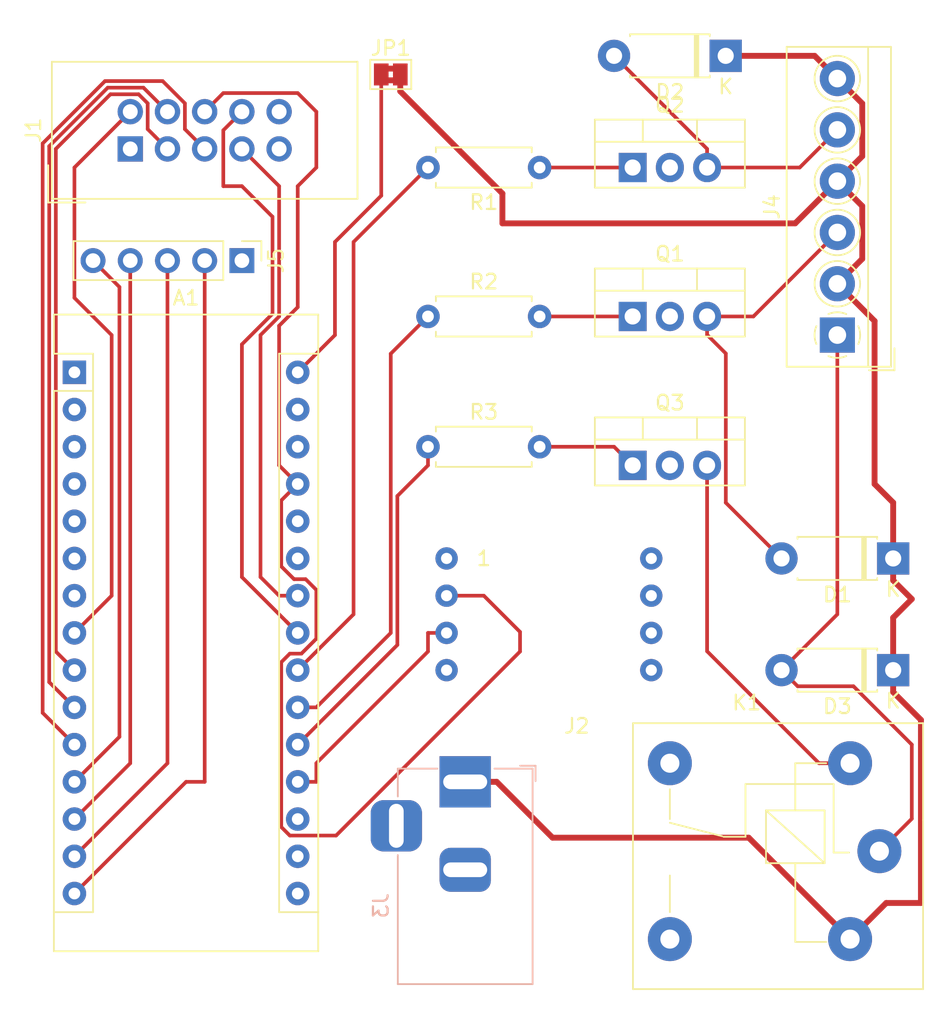
<source format=kicad_pcb>
(kicad_pcb (version 20171130) (host pcbnew "(5.1.2)-2")

  (general
    (thickness 1.6)
    (drawings 0)
    (tracks 156)
    (zones 0)
    (modules 17)
    (nets 46)
  )

  (page A4)
  (layers
    (0 F.Cu signal)
    (31 B.Cu signal)
    (32 B.Adhes user)
    (33 F.Adhes user)
    (34 B.Paste user)
    (35 F.Paste user)
    (36 B.SilkS user)
    (37 F.SilkS user)
    (38 B.Mask user)
    (39 F.Mask user)
    (40 Dwgs.User user)
    (41 Cmts.User user)
    (42 Eco1.User user)
    (43 Eco2.User user)
    (44 Edge.Cuts user)
    (45 Margin user)
    (46 B.CrtYd user)
    (47 F.CrtYd user)
    (48 B.Fab user)
    (49 F.Fab user)
  )

  (setup
    (last_trace_width 0.25)
    (trace_clearance 0.2)
    (zone_clearance 0.508)
    (zone_45_only no)
    (trace_min 0.2)
    (via_size 0.8)
    (via_drill 0.4)
    (via_min_size 0.4)
    (via_min_drill 0.3)
    (uvia_size 0.3)
    (uvia_drill 0.1)
    (uvias_allowed no)
    (uvia_min_size 0.2)
    (uvia_min_drill 0.1)
    (edge_width 0.05)
    (segment_width 0.2)
    (pcb_text_width 0.3)
    (pcb_text_size 1.5 1.5)
    (mod_edge_width 0.12)
    (mod_text_size 1 1)
    (mod_text_width 0.15)
    (pad_size 1.524 1.524)
    (pad_drill 0.762)
    (pad_to_mask_clearance 0.051)
    (solder_mask_min_width 0.25)
    (aux_axis_origin 0 0)
    (visible_elements 7FFFEFFF)
    (pcbplotparams
      (layerselection 0x010fc_ffffffff)
      (usegerberextensions false)
      (usegerberattributes false)
      (usegerberadvancedattributes false)
      (creategerberjobfile false)
      (excludeedgelayer true)
      (linewidth 0.100000)
      (plotframeref false)
      (viasonmask false)
      (mode 1)
      (useauxorigin false)
      (hpglpennumber 1)
      (hpglpenspeed 20)
      (hpglpendiameter 15.000000)
      (psnegative false)
      (psa4output false)
      (plotreference true)
      (plotvalue true)
      (plotinvisibletext false)
      (padsonsilk false)
      (subtractmaskfromsilk false)
      (outputformat 1)
      (mirror false)
      (drillshape 1)
      (scaleselection 1)
      (outputdirectory ""))
  )

  (net 0 "")
  (net 1 "Net-(A1-Pad16)")
  (net 2 "Net-(A1-Pad15)")
  (net 3 "Net-(A1-Pad30)")
  (net 4 "Net-(A1-Pad14)")
  (net 5 GND)
  (net 6 "Net-(A1-Pad13)")
  (net 7 "Net-(A1-Pad28)")
  (net 8 "Net-(A1-Pad12)")
  (net 9 "Net-(A1-Pad27)")
  (net 10 "Net-(A1-Pad11)")
  (net 11 "Net-(A1-Pad26)")
  (net 12 "Net-(A1-Pad10)")
  (net 13 "Net-(A1-Pad25)")
  (net 14 "Net-(A1-Pad9)")
  (net 15 /SCL)
  (net 16 "Net-(A1-Pad8)")
  (net 17 "Net-(A1-Pad23)")
  (net 18 "Net-(A1-Pad7)")
  (net 19 "Net-(A1-Pad22)")
  (net 20 "Net-(A1-Pad6)")
  (net 21 "Net-(A1-Pad21)")
  (net 22 "Net-(A1-Pad5)")
  (net 23 "Net-(A1-Pad20)")
  (net 24 "Net-(A1-Pad19)")
  (net 25 "Net-(A1-Pad3)")
  (net 26 "Net-(A1-Pad18)")
  (net 27 "Net-(A1-Pad2)")
  (net 28 "Net-(A1-Pad17)")
  (net 29 "Net-(A1-Pad1)")
  (net 30 "Net-(D1-Pad2)")
  (net 31 +12V)
  (net 32 "Net-(D2-Pad2)")
  (net 33 "Net-(D3-Pad2)")
  (net 34 "Net-(J1-Pad10)")
  (net 35 "Net-(J1-Pad9)")
  (net 36 "Net-(J2-Pad8)")
  (net 37 "Net-(J2-Pad7)")
  (net 38 "Net-(J2-Pad6)")
  (net 39 "Net-(J2-Pad5)")
  (net 40 "Net-(J2-Pad1)")
  (net 41 "Net-(Q1-Pad1)")
  (net 42 "Net-(Q2-Pad1)")
  (net 43 "Net-(Q3-Pad1)")
  (net 44 "Net-(K1-Pad5)")
  (net 45 "Net-(K1-Pad4)")

  (net_class Default "This is the default net class."
    (clearance 0.2)
    (trace_width 0.25)
    (via_dia 0.8)
    (via_drill 0.4)
    (uvia_dia 0.3)
    (uvia_drill 0.1)
    (add_net /SCL)
    (add_net GND)
    (add_net "Net-(A1-Pad1)")
    (add_net "Net-(A1-Pad10)")
    (add_net "Net-(A1-Pad11)")
    (add_net "Net-(A1-Pad12)")
    (add_net "Net-(A1-Pad13)")
    (add_net "Net-(A1-Pad14)")
    (add_net "Net-(A1-Pad15)")
    (add_net "Net-(A1-Pad16)")
    (add_net "Net-(A1-Pad17)")
    (add_net "Net-(A1-Pad18)")
    (add_net "Net-(A1-Pad19)")
    (add_net "Net-(A1-Pad2)")
    (add_net "Net-(A1-Pad20)")
    (add_net "Net-(A1-Pad21)")
    (add_net "Net-(A1-Pad22)")
    (add_net "Net-(A1-Pad23)")
    (add_net "Net-(A1-Pad25)")
    (add_net "Net-(A1-Pad26)")
    (add_net "Net-(A1-Pad27)")
    (add_net "Net-(A1-Pad28)")
    (add_net "Net-(A1-Pad3)")
    (add_net "Net-(A1-Pad30)")
    (add_net "Net-(A1-Pad5)")
    (add_net "Net-(A1-Pad6)")
    (add_net "Net-(A1-Pad7)")
    (add_net "Net-(A1-Pad8)")
    (add_net "Net-(A1-Pad9)")
    (add_net "Net-(D1-Pad2)")
    (add_net "Net-(D2-Pad2)")
    (add_net "Net-(D3-Pad2)")
    (add_net "Net-(J1-Pad10)")
    (add_net "Net-(J1-Pad9)")
    (add_net "Net-(J2-Pad1)")
    (add_net "Net-(J2-Pad5)")
    (add_net "Net-(J2-Pad6)")
    (add_net "Net-(J2-Pad7)")
    (add_net "Net-(J2-Pad8)")
    (add_net "Net-(K1-Pad4)")
    (add_net "Net-(K1-Pad5)")
    (add_net "Net-(Q1-Pad1)")
    (add_net "Net-(Q2-Pad1)")
    (add_net "Net-(Q3-Pad1)")
  )

  (net_class Power ""
    (clearance 0.3)
    (trace_width 0.4)
    (via_dia 0.8)
    (via_drill 0.7)
    (uvia_dia 0.3)
    (uvia_drill 0.1)
    (add_net +12V)
  )

  (module pneumatic:pressure_sensor (layer F.Cu) (tedit 5D2890B6) (tstamp 5D27DBC4)
    (at 144.78 78.74)
    (path /5D320B1E)
    (fp_text reference J2 (at -2.54 6.35) (layer F.SilkS)
      (effects (font (size 1 1) (thickness 0.15)))
    )
    (fp_text value Conn_02x04_Pressure_Sensor (at -3.81 -8.89) (layer F.Fab)
      (effects (font (size 1 1) (thickness 0.15)))
    )
    (fp_text user 1 (at -8.89 -5.08) (layer F.SilkS)
      (effects (font (size 1 1) (thickness 0.15)))
    )
    (pad 8 thru_hole circle (at 2.54 2.54) (size 1.524 1.524) (drill 0.762) (layers *.Cu *.Mask)
      (net 36 "Net-(J2-Pad8)"))
    (pad 4 thru_hole circle (at -11.43 2.54) (size 1.524 1.524) (drill 0.762) (layers *.Cu *.Mask)
      (net 5 GND))
    (pad 7 thru_hole circle (at 2.54 0) (size 1.524 1.524) (drill 0.762) (layers *.Cu *.Mask)
      (net 37 "Net-(J2-Pad7)"))
    (pad 3 thru_hole circle (at -11.43 0) (size 1.524 1.524) (drill 0.762) (layers *.Cu *.Mask)
      (net 24 "Net-(A1-Pad19)"))
    (pad 6 thru_hole circle (at 2.54 -2.54) (size 1.524 1.524) (drill 0.762) (layers *.Cu *.Mask)
      (net 38 "Net-(J2-Pad6)"))
    (pad 2 thru_hole circle (at -11.43 -2.54) (size 1.524 1.524) (drill 0.762) (layers *.Cu *.Mask)
      (net 9 "Net-(A1-Pad27)"))
    (pad 5 thru_hole circle (at 2.54 -5.08) (size 1.524 1.524) (drill 0.762) (layers *.Cu *.Mask)
      (net 39 "Net-(J2-Pad5)"))
    (pad 1 thru_hole circle (at -11.43 -5.08) (size 1.524 1.524) (drill 0.762) (layers *.Cu *.Mask)
      (net 40 "Net-(J2-Pad1)"))
  )

  (module Module:Arduino_Nano_WithMountingHoles (layer F.Cu) (tedit 58ACAF99) (tstamp 5D5F4D0E)
    (at 107.95 60.96)
    (descr "Arduino Nano, http://www.mouser.com/pdfdocs/Gravitech_Arduino_Nano3_0.pdf")
    (tags "Arduino Nano")
    (path /5D27A590)
    (fp_text reference A1 (at 7.62 -5.08) (layer F.SilkS)
      (effects (font (size 1 1) (thickness 0.15)))
    )
    (fp_text value Arduino_Nano (at 8.89 15.24 90) (layer F.Fab)
      (effects (font (size 1 1) (thickness 0.15)))
    )
    (fp_line (start 16.75 42.16) (end -1.53 42.16) (layer F.CrtYd) (width 0.05))
    (fp_line (start 16.75 42.16) (end 16.75 -4.06) (layer F.CrtYd) (width 0.05))
    (fp_line (start -1.53 -4.06) (end -1.53 42.16) (layer F.CrtYd) (width 0.05))
    (fp_line (start -1.53 -4.06) (end 16.75 -4.06) (layer F.CrtYd) (width 0.05))
    (fp_line (start 16.51 -3.81) (end 16.51 39.37) (layer F.Fab) (width 0.1))
    (fp_line (start 0 -3.81) (end 16.51 -3.81) (layer F.Fab) (width 0.1))
    (fp_line (start -1.27 -2.54) (end 0 -3.81) (layer F.Fab) (width 0.1))
    (fp_line (start -1.27 39.37) (end -1.27 -2.54) (layer F.Fab) (width 0.1))
    (fp_line (start 16.51 39.37) (end -1.27 39.37) (layer F.Fab) (width 0.1))
    (fp_line (start 16.64 -3.94) (end -1.4 -3.94) (layer F.SilkS) (width 0.12))
    (fp_line (start 16.64 39.5) (end 16.64 -3.94) (layer F.SilkS) (width 0.12))
    (fp_line (start -1.4 39.5) (end 16.64 39.5) (layer F.SilkS) (width 0.12))
    (fp_line (start 3.81 41.91) (end 3.81 31.75) (layer F.Fab) (width 0.1))
    (fp_line (start 11.43 41.91) (end 3.81 41.91) (layer F.Fab) (width 0.1))
    (fp_line (start 11.43 31.75) (end 11.43 41.91) (layer F.Fab) (width 0.1))
    (fp_line (start 3.81 31.75) (end 11.43 31.75) (layer F.Fab) (width 0.1))
    (fp_line (start 1.27 36.83) (end -1.4 36.83) (layer F.SilkS) (width 0.12))
    (fp_line (start 1.27 1.27) (end 1.27 36.83) (layer F.SilkS) (width 0.12))
    (fp_line (start 1.27 1.27) (end -1.4 1.27) (layer F.SilkS) (width 0.12))
    (fp_line (start 13.97 36.83) (end 16.64 36.83) (layer F.SilkS) (width 0.12))
    (fp_line (start 13.97 -1.27) (end 13.97 36.83) (layer F.SilkS) (width 0.12))
    (fp_line (start 13.97 -1.27) (end 16.64 -1.27) (layer F.SilkS) (width 0.12))
    (fp_line (start -1.4 -3.94) (end -1.4 -1.27) (layer F.SilkS) (width 0.12))
    (fp_line (start -1.4 1.27) (end -1.4 39.5) (layer F.SilkS) (width 0.12))
    (fp_line (start 1.27 -1.27) (end -1.4 -1.27) (layer F.SilkS) (width 0.12))
    (fp_line (start 1.27 1.27) (end 1.27 -1.27) (layer F.SilkS) (width 0.12))
    (fp_text user %R (at 6.35 16.51 90) (layer F.Fab)
      (effects (font (size 1 1) (thickness 0.15)))
    )
    (pad "" np_thru_hole circle (at 0 38.1) (size 1.78 1.78) (drill 1.78) (layers *.Cu *.Mask))
    (pad "" np_thru_hole circle (at 15.24 38.1) (size 1.78 1.78) (drill 1.78) (layers *.Cu *.Mask))
    (pad "" np_thru_hole circle (at 15.24 -2.54) (size 1.78 1.78) (drill 1.78) (layers *.Cu *.Mask))
    (pad "" np_thru_hole circle (at 0 -2.54) (size 1.78 1.78) (drill 1.78) (layers *.Cu *.Mask))
    (pad 16 thru_hole oval (at 15.24 35.56) (size 1.6 1.6) (drill 0.8) (layers *.Cu *.Mask)
      (net 1 "Net-(A1-Pad16)"))
    (pad 15 thru_hole oval (at 0 35.56) (size 1.6 1.6) (drill 0.8) (layers *.Cu *.Mask)
      (net 2 "Net-(A1-Pad15)"))
    (pad 30 thru_hole oval (at 15.24 0) (size 1.6 1.6) (drill 0.8) (layers *.Cu *.Mask)
      (net 3 "Net-(A1-Pad30)"))
    (pad 14 thru_hole oval (at 0 33.02) (size 1.6 1.6) (drill 0.8) (layers *.Cu *.Mask)
      (net 4 "Net-(A1-Pad14)"))
    (pad 29 thru_hole oval (at 15.24 2.54) (size 1.6 1.6) (drill 0.8) (layers *.Cu *.Mask)
      (net 5 GND))
    (pad 13 thru_hole oval (at 0 30.48) (size 1.6 1.6) (drill 0.8) (layers *.Cu *.Mask)
      (net 6 "Net-(A1-Pad13)"))
    (pad 28 thru_hole oval (at 15.24 5.08) (size 1.6 1.6) (drill 0.8) (layers *.Cu *.Mask)
      (net 7 "Net-(A1-Pad28)"))
    (pad 12 thru_hole oval (at 0 27.94) (size 1.6 1.6) (drill 0.8) (layers *.Cu *.Mask)
      (net 8 "Net-(A1-Pad12)"))
    (pad 27 thru_hole oval (at 15.24 7.62) (size 1.6 1.6) (drill 0.8) (layers *.Cu *.Mask)
      (net 9 "Net-(A1-Pad27)"))
    (pad 11 thru_hole oval (at 0 25.4) (size 1.6 1.6) (drill 0.8) (layers *.Cu *.Mask)
      (net 10 "Net-(A1-Pad11)"))
    (pad 26 thru_hole oval (at 15.24 10.16) (size 1.6 1.6) (drill 0.8) (layers *.Cu *.Mask)
      (net 11 "Net-(A1-Pad26)"))
    (pad 10 thru_hole oval (at 0 22.86) (size 1.6 1.6) (drill 0.8) (layers *.Cu *.Mask)
      (net 12 "Net-(A1-Pad10)"))
    (pad 25 thru_hole oval (at 15.24 12.7) (size 1.6 1.6) (drill 0.8) (layers *.Cu *.Mask)
      (net 13 "Net-(A1-Pad25)"))
    (pad 9 thru_hole oval (at 0 20.32) (size 1.6 1.6) (drill 0.8) (layers *.Cu *.Mask)
      (net 14 "Net-(A1-Pad9)"))
    (pad 24 thru_hole oval (at 15.24 15.24) (size 1.6 1.6) (drill 0.8) (layers *.Cu *.Mask)
      (net 15 /SCL))
    (pad 8 thru_hole oval (at 0 17.78) (size 1.6 1.6) (drill 0.8) (layers *.Cu *.Mask)
      (net 16 "Net-(A1-Pad8)"))
    (pad 23 thru_hole oval (at 15.24 17.78) (size 1.6 1.6) (drill 0.8) (layers *.Cu *.Mask)
      (net 17 "Net-(A1-Pad23)"))
    (pad 7 thru_hole oval (at 0 15.24) (size 1.6 1.6) (drill 0.8) (layers *.Cu *.Mask)
      (net 18 "Net-(A1-Pad7)"))
    (pad 22 thru_hole oval (at 15.24 20.32) (size 1.6 1.6) (drill 0.8) (layers *.Cu *.Mask)
      (net 19 "Net-(A1-Pad22)"))
    (pad 6 thru_hole oval (at 0 12.7) (size 1.6 1.6) (drill 0.8) (layers *.Cu *.Mask)
      (net 20 "Net-(A1-Pad6)"))
    (pad 21 thru_hole oval (at 15.24 22.86) (size 1.6 1.6) (drill 0.8) (layers *.Cu *.Mask)
      (net 21 "Net-(A1-Pad21)"))
    (pad 5 thru_hole oval (at 0 10.16) (size 1.6 1.6) (drill 0.8) (layers *.Cu *.Mask)
      (net 22 "Net-(A1-Pad5)"))
    (pad 20 thru_hole oval (at 15.24 25.4) (size 1.6 1.6) (drill 0.8) (layers *.Cu *.Mask)
      (net 23 "Net-(A1-Pad20)"))
    (pad 4 thru_hole oval (at 0 7.62) (size 1.6 1.6) (drill 0.8) (layers *.Cu *.Mask)
      (net 5 GND))
    (pad 19 thru_hole oval (at 15.24 27.94) (size 1.6 1.6) (drill 0.8) (layers *.Cu *.Mask)
      (net 24 "Net-(A1-Pad19)"))
    (pad 3 thru_hole oval (at 0 5.08) (size 1.6 1.6) (drill 0.8) (layers *.Cu *.Mask)
      (net 25 "Net-(A1-Pad3)"))
    (pad 18 thru_hole oval (at 15.24 30.48) (size 1.6 1.6) (drill 0.8) (layers *.Cu *.Mask)
      (net 26 "Net-(A1-Pad18)"))
    (pad 2 thru_hole oval (at 0 2.54) (size 1.6 1.6) (drill 0.8) (layers *.Cu *.Mask)
      (net 27 "Net-(A1-Pad2)"))
    (pad 17 thru_hole oval (at 15.24 33.02) (size 1.6 1.6) (drill 0.8) (layers *.Cu *.Mask)
      (net 28 "Net-(A1-Pad17)"))
    (pad 1 thru_hole rect (at 0 0) (size 1.6 1.6) (drill 0.8) (layers *.Cu *.Mask)
      (net 29 "Net-(A1-Pad1)"))
    (model ${KISYS3DMOD}/Module.3dshapes/Arduino_Nano_WithMountingHoles.wrl
      (at (xyz 0 0 0))
      (scale (xyz 1 1 1))
      (rotate (xyz 0 0 0))
    )
  )

  (module Connector_PinHeader_2.54mm:PinHeader_1x05_P2.54mm_Vertical (layer F.Cu) (tedit 59FED5CC) (tstamp 5D5F87F4)
    (at 119.38 53.34 270)
    (descr "Through hole straight pin header, 1x05, 2.54mm pitch, single row")
    (tags "Through hole pin header THT 1x05 2.54mm single row")
    (path /5D63408C)
    (fp_text reference J5 (at 0 -2.33 90) (layer F.SilkS)
      (effects (font (size 1 1) (thickness 0.15)))
    )
    (fp_text value Conn_printer (at -2.54 5.08 180) (layer F.Fab)
      (effects (font (size 1 1) (thickness 0.15)))
    )
    (fp_text user %R (at 0 5.08) (layer F.Fab)
      (effects (font (size 1 1) (thickness 0.15)))
    )
    (fp_line (start 1.8 -1.8) (end -1.8 -1.8) (layer F.CrtYd) (width 0.05))
    (fp_line (start 1.8 11.95) (end 1.8 -1.8) (layer F.CrtYd) (width 0.05))
    (fp_line (start -1.8 11.95) (end 1.8 11.95) (layer F.CrtYd) (width 0.05))
    (fp_line (start -1.8 -1.8) (end -1.8 11.95) (layer F.CrtYd) (width 0.05))
    (fp_line (start -1.33 -1.33) (end 0 -1.33) (layer F.SilkS) (width 0.12))
    (fp_line (start -1.33 0) (end -1.33 -1.33) (layer F.SilkS) (width 0.12))
    (fp_line (start -1.33 1.27) (end 1.33 1.27) (layer F.SilkS) (width 0.12))
    (fp_line (start 1.33 1.27) (end 1.33 11.49) (layer F.SilkS) (width 0.12))
    (fp_line (start -1.33 1.27) (end -1.33 11.49) (layer F.SilkS) (width 0.12))
    (fp_line (start -1.33 11.49) (end 1.33 11.49) (layer F.SilkS) (width 0.12))
    (fp_line (start -1.27 -0.635) (end -0.635 -1.27) (layer F.Fab) (width 0.1))
    (fp_line (start -1.27 11.43) (end -1.27 -0.635) (layer F.Fab) (width 0.1))
    (fp_line (start 1.27 11.43) (end -1.27 11.43) (layer F.Fab) (width 0.1))
    (fp_line (start 1.27 -1.27) (end 1.27 11.43) (layer F.Fab) (width 0.1))
    (fp_line (start -0.635 -1.27) (end 1.27 -1.27) (layer F.Fab) (width 0.1))
    (pad 5 thru_hole oval (at 0 10.16 270) (size 1.7 1.7) (drill 1) (layers *.Cu *.Mask)
      (net 8 "Net-(A1-Pad12)"))
    (pad 4 thru_hole oval (at 0 7.62 270) (size 1.7 1.7) (drill 1) (layers *.Cu *.Mask)
      (net 6 "Net-(A1-Pad13)"))
    (pad 3 thru_hole oval (at 0 5.08 270) (size 1.7 1.7) (drill 1) (layers *.Cu *.Mask)
      (net 4 "Net-(A1-Pad14)"))
    (pad 2 thru_hole oval (at 0 2.54 270) (size 1.7 1.7) (drill 1) (layers *.Cu *.Mask)
      (net 2 "Net-(A1-Pad15)"))
    (pad 1 thru_hole rect (at 0 0 270) (size 1.7 1.7) (drill 1) (layers *.Cu *.Mask)
      (net 5 GND))
    (model ${KISYS3DMOD}/Connector_PinHeader_2.54mm.3dshapes/PinHeader_1x05_P2.54mm_Vertical.wrl
      (at (xyz 0 0 0))
      (scale (xyz 1 1 1))
      (rotate (xyz 0 0 0))
    )
  )

  (module TerminalBlock_4Ucon:TerminalBlock_4Ucon_1x06_P3.50mm_Horizontal (layer F.Cu) (tedit 5B294E92) (tstamp 5D27DC5B)
    (at 160.02 58.42 90)
    (descr "Terminal Block 4Ucon ItemNo. 19964, 6 pins, pitch 3.5mm, size 21.7x7mm^2, drill diamater 1.2mm, pad diameter 2.4mm, see http://www.4uconnector.com/online/object/4udrawing/19964.pdf, script-generated using https://github.com/pointhi/kicad-footprint-generator/scripts/TerminalBlock_4Ucon")
    (tags "THT Terminal Block 4Ucon ItemNo. 19964 pitch 3.5mm size 21.7x7mm^2 drill 1.2mm pad 2.4mm")
    (path /5D2CC261)
    (fp_text reference J4 (at 8.75 -4.46 90) (layer F.SilkS)
      (effects (font (size 1 1) (thickness 0.15)))
    )
    (fp_text value Screw_Terminal_01x06 (at 8.75 4.66 90) (layer F.Fab)
      (effects (font (size 1 1) (thickness 0.15)))
    )
    (fp_text user %R (at 8.75 2.9 90) (layer F.Fab)
      (effects (font (size 1 1) (thickness 0.15)))
    )
    (fp_line (start 20.1 -3.9) (end -2.6 -3.9) (layer F.CrtYd) (width 0.05))
    (fp_line (start 20.1 4.1) (end 20.1 -3.9) (layer F.CrtYd) (width 0.05))
    (fp_line (start -2.6 4.1) (end 20.1 4.1) (layer F.CrtYd) (width 0.05))
    (fp_line (start -2.6 -3.9) (end -2.6 4.1) (layer F.CrtYd) (width 0.05))
    (fp_line (start -2.4 3.9) (end -0.9 3.9) (layer F.SilkS) (width 0.12))
    (fp_line (start -2.4 2.16) (end -2.4 3.9) (layer F.SilkS) (width 0.12))
    (fp_line (start 16.4 0.069) (end 16.4 -0.069) (layer F.Fab) (width 0.1))
    (fp_line (start 17.431 0.069) (end 16.4 0.069) (layer F.Fab) (width 0.1))
    (fp_line (start 17.431 1.1) (end 17.431 0.069) (layer F.Fab) (width 0.1))
    (fp_line (start 17.569 1.1) (end 17.431 1.1) (layer F.Fab) (width 0.1))
    (fp_line (start 17.569 0.069) (end 17.569 1.1) (layer F.Fab) (width 0.1))
    (fp_line (start 18.6 0.069) (end 17.569 0.069) (layer F.Fab) (width 0.1))
    (fp_line (start 18.6 -0.069) (end 18.6 0.069) (layer F.Fab) (width 0.1))
    (fp_line (start 17.569 -0.069) (end 18.6 -0.069) (layer F.Fab) (width 0.1))
    (fp_line (start 17.569 -1.1) (end 17.569 -0.069) (layer F.Fab) (width 0.1))
    (fp_line (start 17.431 -1.1) (end 17.569 -1.1) (layer F.Fab) (width 0.1))
    (fp_line (start 17.431 -0.069) (end 17.431 -1.1) (layer F.Fab) (width 0.1))
    (fp_line (start 16.4 -0.069) (end 17.431 -0.069) (layer F.Fab) (width 0.1))
    (fp_line (start 12.9 0.069) (end 12.9 -0.069) (layer F.Fab) (width 0.1))
    (fp_line (start 13.931 0.069) (end 12.9 0.069) (layer F.Fab) (width 0.1))
    (fp_line (start 13.931 1.1) (end 13.931 0.069) (layer F.Fab) (width 0.1))
    (fp_line (start 14.069 1.1) (end 13.931 1.1) (layer F.Fab) (width 0.1))
    (fp_line (start 14.069 0.069) (end 14.069 1.1) (layer F.Fab) (width 0.1))
    (fp_line (start 15.1 0.069) (end 14.069 0.069) (layer F.Fab) (width 0.1))
    (fp_line (start 15.1 -0.069) (end 15.1 0.069) (layer F.Fab) (width 0.1))
    (fp_line (start 14.069 -0.069) (end 15.1 -0.069) (layer F.Fab) (width 0.1))
    (fp_line (start 14.069 -1.1) (end 14.069 -0.069) (layer F.Fab) (width 0.1))
    (fp_line (start 13.931 -1.1) (end 14.069 -1.1) (layer F.Fab) (width 0.1))
    (fp_line (start 13.931 -0.069) (end 13.931 -1.1) (layer F.Fab) (width 0.1))
    (fp_line (start 12.9 -0.069) (end 13.931 -0.069) (layer F.Fab) (width 0.1))
    (fp_line (start 9.4 0.069) (end 9.4 -0.069) (layer F.Fab) (width 0.1))
    (fp_line (start 10.431 0.069) (end 9.4 0.069) (layer F.Fab) (width 0.1))
    (fp_line (start 10.431 1.1) (end 10.431 0.069) (layer F.Fab) (width 0.1))
    (fp_line (start 10.569 1.1) (end 10.431 1.1) (layer F.Fab) (width 0.1))
    (fp_line (start 10.569 0.069) (end 10.569 1.1) (layer F.Fab) (width 0.1))
    (fp_line (start 11.6 0.069) (end 10.569 0.069) (layer F.Fab) (width 0.1))
    (fp_line (start 11.6 -0.069) (end 11.6 0.069) (layer F.Fab) (width 0.1))
    (fp_line (start 10.569 -0.069) (end 11.6 -0.069) (layer F.Fab) (width 0.1))
    (fp_line (start 10.569 -1.1) (end 10.569 -0.069) (layer F.Fab) (width 0.1))
    (fp_line (start 10.431 -1.1) (end 10.569 -1.1) (layer F.Fab) (width 0.1))
    (fp_line (start 10.431 -0.069) (end 10.431 -1.1) (layer F.Fab) (width 0.1))
    (fp_line (start 9.4 -0.069) (end 10.431 -0.069) (layer F.Fab) (width 0.1))
    (fp_line (start 5.9 0.069) (end 5.9 -0.069) (layer F.Fab) (width 0.1))
    (fp_line (start 6.931 0.069) (end 5.9 0.069) (layer F.Fab) (width 0.1))
    (fp_line (start 6.931 1.1) (end 6.931 0.069) (layer F.Fab) (width 0.1))
    (fp_line (start 7.069 1.1) (end 6.931 1.1) (layer F.Fab) (width 0.1))
    (fp_line (start 7.069 0.069) (end 7.069 1.1) (layer F.Fab) (width 0.1))
    (fp_line (start 8.1 0.069) (end 7.069 0.069) (layer F.Fab) (width 0.1))
    (fp_line (start 8.1 -0.069) (end 8.1 0.069) (layer F.Fab) (width 0.1))
    (fp_line (start 7.069 -0.069) (end 8.1 -0.069) (layer F.Fab) (width 0.1))
    (fp_line (start 7.069 -1.1) (end 7.069 -0.069) (layer F.Fab) (width 0.1))
    (fp_line (start 6.931 -1.1) (end 7.069 -1.1) (layer F.Fab) (width 0.1))
    (fp_line (start 6.931 -0.069) (end 6.931 -1.1) (layer F.Fab) (width 0.1))
    (fp_line (start 5.9 -0.069) (end 6.931 -0.069) (layer F.Fab) (width 0.1))
    (fp_line (start 2.4 0.069) (end 2.4 -0.069) (layer F.Fab) (width 0.1))
    (fp_line (start 3.431 0.069) (end 2.4 0.069) (layer F.Fab) (width 0.1))
    (fp_line (start 3.431 1.1) (end 3.431 0.069) (layer F.Fab) (width 0.1))
    (fp_line (start 3.569 1.1) (end 3.431 1.1) (layer F.Fab) (width 0.1))
    (fp_line (start 3.569 0.069) (end 3.569 1.1) (layer F.Fab) (width 0.1))
    (fp_line (start 4.6 0.069) (end 3.569 0.069) (layer F.Fab) (width 0.1))
    (fp_line (start 4.6 -0.069) (end 4.6 0.069) (layer F.Fab) (width 0.1))
    (fp_line (start 3.569 -0.069) (end 4.6 -0.069) (layer F.Fab) (width 0.1))
    (fp_line (start 3.569 -1.1) (end 3.569 -0.069) (layer F.Fab) (width 0.1))
    (fp_line (start 3.431 -1.1) (end 3.569 -1.1) (layer F.Fab) (width 0.1))
    (fp_line (start 3.431 -0.069) (end 3.431 -1.1) (layer F.Fab) (width 0.1))
    (fp_line (start 2.4 -0.069) (end 3.431 -0.069) (layer F.Fab) (width 0.1))
    (fp_line (start -1.1 0.069) (end -1.1 -0.069) (layer F.Fab) (width 0.1))
    (fp_line (start -0.069 0.069) (end -1.1 0.069) (layer F.Fab) (width 0.1))
    (fp_line (start -0.069 1.1) (end -0.069 0.069) (layer F.Fab) (width 0.1))
    (fp_line (start 0.069 1.1) (end -0.069 1.1) (layer F.Fab) (width 0.1))
    (fp_line (start 0.069 0.069) (end 0.069 1.1) (layer F.Fab) (width 0.1))
    (fp_line (start 1.1 0.069) (end 0.069 0.069) (layer F.Fab) (width 0.1))
    (fp_line (start 1.1 -0.069) (end 1.1 0.069) (layer F.Fab) (width 0.1))
    (fp_line (start 0.069 -0.069) (end 1.1 -0.069) (layer F.Fab) (width 0.1))
    (fp_line (start 0.069 -1.1) (end 0.069 -0.069) (layer F.Fab) (width 0.1))
    (fp_line (start -0.069 -1.1) (end 0.069 -1.1) (layer F.Fab) (width 0.1))
    (fp_line (start -0.069 -0.069) (end -0.069 -1.1) (layer F.Fab) (width 0.1))
    (fp_line (start -1.1 -0.069) (end -0.069 -0.069) (layer F.Fab) (width 0.1))
    (fp_line (start 19.66 -3.46) (end 19.66 3.66) (layer F.SilkS) (width 0.12))
    (fp_line (start -2.16 -3.46) (end -2.16 3.66) (layer F.SilkS) (width 0.12))
    (fp_line (start -2.16 3.66) (end 19.66 3.66) (layer F.SilkS) (width 0.12))
    (fp_line (start -2.16 -3.46) (end 19.66 -3.46) (layer F.SilkS) (width 0.12))
    (fp_line (start -2.16 2.1) (end 19.66 2.1) (layer F.SilkS) (width 0.12))
    (fp_line (start -2.1 2.1) (end 19.6 2.1) (layer F.Fab) (width 0.1))
    (fp_line (start -2.1 2.1) (end -2.1 -3.4) (layer F.Fab) (width 0.1))
    (fp_line (start -0.6 3.6) (end -2.1 2.1) (layer F.Fab) (width 0.1))
    (fp_line (start 19.6 3.6) (end -0.6 3.6) (layer F.Fab) (width 0.1))
    (fp_line (start 19.6 -3.4) (end 19.6 3.6) (layer F.Fab) (width 0.1))
    (fp_line (start -2.1 -3.4) (end 19.6 -3.4) (layer F.Fab) (width 0.1))
    (fp_circle (center 17.5 0) (end 19.055 0) (layer F.SilkS) (width 0.12))
    (fp_circle (center 17.5 0) (end 18.875 0) (layer F.Fab) (width 0.1))
    (fp_circle (center 14 0) (end 15.555 0) (layer F.SilkS) (width 0.12))
    (fp_circle (center 14 0) (end 15.375 0) (layer F.Fab) (width 0.1))
    (fp_circle (center 10.5 0) (end 12.055 0) (layer F.SilkS) (width 0.12))
    (fp_circle (center 10.5 0) (end 11.875 0) (layer F.Fab) (width 0.1))
    (fp_circle (center 7 0) (end 8.555 0) (layer F.SilkS) (width 0.12))
    (fp_circle (center 7 0) (end 8.375 0) (layer F.Fab) (width 0.1))
    (fp_circle (center 3.5 0) (end 5.055 0) (layer F.SilkS) (width 0.12))
    (fp_circle (center 3.5 0) (end 4.875 0) (layer F.Fab) (width 0.1))
    (fp_circle (center 0 0) (end 1.375 0) (layer F.Fab) (width 0.1))
    (fp_arc (start 0 0) (end -0.608 1.432) (angle -24) (layer F.SilkS) (width 0.12))
    (fp_arc (start 0 0) (end -1.432 -0.608) (angle -46) (layer F.SilkS) (width 0.12))
    (fp_arc (start 0 0) (end 0.608 -1.432) (angle -46) (layer F.SilkS) (width 0.12))
    (fp_arc (start 0 0) (end 1.432 0.608) (angle -46) (layer F.SilkS) (width 0.12))
    (fp_arc (start 0 0) (end 0 1.555) (angle -23) (layer F.SilkS) (width 0.12))
    (pad 6 thru_hole circle (at 17.5 0 90) (size 2.4 2.4) (drill 1.2) (layers *.Cu *.Mask)
      (net 31 +12V))
    (pad 5 thru_hole circle (at 14 0 90) (size 2.4 2.4) (drill 1.2) (layers *.Cu *.Mask)
      (net 32 "Net-(D2-Pad2)"))
    (pad 4 thru_hole circle (at 10.5 0 90) (size 2.4 2.4) (drill 1.2) (layers *.Cu *.Mask)
      (net 31 +12V))
    (pad 3 thru_hole circle (at 7 0 90) (size 2.4 2.4) (drill 1.2) (layers *.Cu *.Mask)
      (net 30 "Net-(D1-Pad2)"))
    (pad 2 thru_hole circle (at 3.5 0 90) (size 2.4 2.4) (drill 1.2) (layers *.Cu *.Mask)
      (net 31 +12V))
    (pad 1 thru_hole rect (at 0 0 90) (size 2.4 2.4) (drill 1.2) (layers *.Cu *.Mask)
      (net 33 "Net-(D3-Pad2)"))
    (model ${KISYS3DMOD}/TerminalBlock_4Ucon.3dshapes/TerminalBlock_4Ucon_1x06_P3.50mm_Horizontal.wrl
      (at (xyz 0 0 0))
      (scale (xyz 1 1 1))
      (rotate (xyz 0 0 0))
    )
  )

  (module pneumatic:Relay_SUN_HOLD_RAS_series (layer F.Cu) (tedit 5D5E7C72) (tstamp 5D5F458F)
    (at 148.59 87.63)
    (descr "relay Sanyou SRD series Form A http://www.sanyourelay.ca/public/products/pdf/SRD.pdf")
    (tags "relay Sanyu SRD form A")
    (path /5D5ED679)
    (fp_text reference K1 (at 5.24 -4.13 180) (layer F.SilkS)
      (effects (font (size 1 1) (thickness 0.15)))
    )
    (fp_text value SANYOU_SRD_Form_C (at 8 -9.6) (layer F.Fab)
      (effects (font (size 1 1) (thickness 0.15)))
    )
    (fp_line (start 3.57 4.98) (end 0 4.064) (layer F.SilkS) (width 0.12))
    (fp_line (start 0 10.16) (end 0 7.66) (layer F.SilkS) (width 0.12))
    (fp_line (start 6.56 3.22) (end 10.56 3.22) (layer F.SilkS) (width 0.12))
    (fp_line (start 6.56 6.82) (end 6.56 3.22) (layer F.SilkS) (width 0.12))
    (fp_line (start 10.56 6.82) (end 6.56 6.82) (layer F.SilkS) (width 0.12))
    (fp_line (start 10.56 3.22) (end 10.56 6.82) (layer F.SilkS) (width 0.12))
    (fp_line (start 6.56 3.22) (end 10.56 6.82) (layer F.SilkS) (width 0.12))
    (fp_line (start 8.56 3.22) (end 8.56 0) (layer F.SilkS) (width 0.12))
    (fp_line (start 8.56 12.192) (end 8.56 6.82) (layer F.SilkS) (width 0.12))
    (fp_line (start 11.176 6.096) (end 11.176 1.42) (layer F.SilkS) (width 0.12))
    (fp_line (start 5.16 5.02) (end 5.16 1.42) (layer F.SilkS) (width 0.12))
    (fp_line (start 5.16 1.42) (end 11.176 1.42) (layer F.SilkS) (width 0.12))
    (fp_line (start 5.16 5.02) (end 3.66 5.02) (layer F.SilkS) (width 0.12))
    (fp_line (start 8.56 12.192) (end 10.668 12.192) (layer F.SilkS) (width 0.12))
    (fp_line (start 11.176 6.096) (end 12.23 6.096) (layer F.SilkS) (width 0.12))
    (fp_line (start 10.668 0) (end 8.56 0) (layer F.SilkS) (width 0.12))
    (fp_line (start 0 3.81) (end 0 1.778) (layer F.SilkS) (width 0.12))
    (fp_line (start 17.43 -2.88) (end -2.67 -2.88) (layer F.CrtYd) (width 0.05))
    (fp_line (start -2.67 15.56) (end -2.67 -2.88) (layer F.CrtYd) (width 0.05))
    (fp_line (start 17.43 -2.88) (end 17.43 15.56) (layer F.CrtYd) (width 0.05))
    (fp_line (start -2.67 15.56) (end 17.43 15.56) (layer F.CrtYd) (width 0.05))
    (fp_text user %R (at 7.51 5.045 180) (layer F.Fab)
      (effects (font (size 1 1) (thickness 0.15)))
    )
    (fp_line (start 17.18 -2.63) (end 17.18 15.24) (layer F.Fab) (width 0.12))
    (fp_line (start -2.42 -2.63) (end 17.18 -2.63) (layer F.Fab) (width 0.12))
    (fp_line (start -2.42 15.24) (end -2.42 -2.63) (layer F.Fab) (width 0.12))
    (fp_line (start 17.18 15.31) (end -2.42 15.31) (layer F.Fab) (width 0.12))
    (fp_text user 1 (at 14.61 7.37 180) (layer F.Fab)
      (effects (font (size 1 1) (thickness 0.15)))
    )
    (fp_line (start -2.52 -2.73) (end 17.28 -2.73) (layer F.SilkS) (width 0.12))
    (fp_line (start -2.52 15.41) (end -2.52 -2.73) (layer F.SilkS) (width 0.12))
    (fp_line (start 17.28 15.41) (end -2.52 15.41) (layer F.SilkS) (width 0.12))
    (fp_line (start 17.28 15.41) (end 17.28 3.87) (layer F.SilkS) (width 0.12))
    (fp_line (start 17.28 3.87) (end 17.28 -2.73) (layer F.SilkS) (width 0.12))
    (pad 2 thru_hole circle (at 12.3 12 270) (size 3 3) (drill 1.3) (layers *.Cu *.Mask)
      (net 31 +12V))
    (pad 5 thru_hole circle (at 12.3 0 270) (size 3 3) (drill 1.3) (layers *.Cu *.Mask)
      (net 44 "Net-(K1-Pad5)"))
    (pad 3 thru_hole circle (at 0 12 270) (size 3 3) (drill 1.3) (layers *.Cu *.Mask)
      (net 5 GND))
    (pad 1 thru_hole circle (at 14.3 6 270) (size 3 3) (drill 1.3) (layers *.Cu *.Mask)
      (net 33 "Net-(D3-Pad2)"))
    (pad 4 thru_hole circle (at 0 0 270) (size 3 3) (drill 1.3) (layers *.Cu *.Mask)
      (net 45 "Net-(K1-Pad4)"))
    (model ${KISYS3DMOD}/Relay_THT.3dshapes/Relay_SPST_SANYOU_SRD_Series_Form_A.wrl
      (at (xyz 0 0 0))
      (scale (xyz 1 1 1))
      (rotate (xyz 0 0 0))
    )
  )

  (module Package_TO_SOT_THT:TO-220-3_Vertical (layer F.Cu) (tedit 5AC8BA0D) (tstamp 5D27DD10)
    (at 146.05 67.31)
    (descr "TO-220-3, Vertical, RM 2.54mm, see https://www.vishay.com/docs/66542/to-220-1.pdf")
    (tags "TO-220-3 Vertical RM 2.54mm")
    (path /5D268A9F)
    (fp_text reference Q3 (at 2.54 -4.27) (layer F.SilkS)
      (effects (font (size 1 1) (thickness 0.15)))
    )
    (fp_text value TIP120 (at 2.54 2.5) (layer F.Fab)
      (effects (font (size 1 1) (thickness 0.15)))
    )
    (fp_text user %R (at 2.54 -4.27) (layer F.Fab)
      (effects (font (size 1 1) (thickness 0.15)))
    )
    (fp_line (start 7.79 -3.4) (end -2.71 -3.4) (layer F.CrtYd) (width 0.05))
    (fp_line (start 7.79 1.51) (end 7.79 -3.4) (layer F.CrtYd) (width 0.05))
    (fp_line (start -2.71 1.51) (end 7.79 1.51) (layer F.CrtYd) (width 0.05))
    (fp_line (start -2.71 -3.4) (end -2.71 1.51) (layer F.CrtYd) (width 0.05))
    (fp_line (start 4.391 -3.27) (end 4.391 -1.76) (layer F.SilkS) (width 0.12))
    (fp_line (start 0.69 -3.27) (end 0.69 -1.76) (layer F.SilkS) (width 0.12))
    (fp_line (start -2.58 -1.76) (end 7.66 -1.76) (layer F.SilkS) (width 0.12))
    (fp_line (start 7.66 -3.27) (end 7.66 1.371) (layer F.SilkS) (width 0.12))
    (fp_line (start -2.58 -3.27) (end -2.58 1.371) (layer F.SilkS) (width 0.12))
    (fp_line (start -2.58 1.371) (end 7.66 1.371) (layer F.SilkS) (width 0.12))
    (fp_line (start -2.58 -3.27) (end 7.66 -3.27) (layer F.SilkS) (width 0.12))
    (fp_line (start 4.39 -3.15) (end 4.39 -1.88) (layer F.Fab) (width 0.1))
    (fp_line (start 0.69 -3.15) (end 0.69 -1.88) (layer F.Fab) (width 0.1))
    (fp_line (start -2.46 -1.88) (end 7.54 -1.88) (layer F.Fab) (width 0.1))
    (fp_line (start 7.54 -3.15) (end -2.46 -3.15) (layer F.Fab) (width 0.1))
    (fp_line (start 7.54 1.25) (end 7.54 -3.15) (layer F.Fab) (width 0.1))
    (fp_line (start -2.46 1.25) (end 7.54 1.25) (layer F.Fab) (width 0.1))
    (fp_line (start -2.46 -3.15) (end -2.46 1.25) (layer F.Fab) (width 0.1))
    (pad 3 thru_hole oval (at 5.08 0) (size 1.905 2) (drill 1.1) (layers *.Cu *.Mask)
      (net 44 "Net-(K1-Pad5)"))
    (pad 2 thru_hole oval (at 2.54 0) (size 1.905 2) (drill 1.1) (layers *.Cu *.Mask)
      (net 5 GND))
    (pad 1 thru_hole rect (at 0 0) (size 1.905 2) (drill 1.1) (layers *.Cu *.Mask)
      (net 43 "Net-(Q3-Pad1)"))
    (model ${KISYS3DMOD}/Package_TO_SOT_THT.3dshapes/TO-220-3_Vertical.wrl
      (at (xyz 0 0 0))
      (scale (xyz 1 1 1))
      (rotate (xyz 0 0 0))
    )
  )

  (module Package_TO_SOT_THT:TO-220-3_Vertical (layer F.Cu) (tedit 5AC8BA0D) (tstamp 5D27DCE5)
    (at 146.05 46.99)
    (descr "TO-220-3, Vertical, RM 2.54mm, see https://www.vishay.com/docs/66542/to-220-1.pdf")
    (tags "TO-220-3 Vertical RM 2.54mm")
    (path /5D26747E)
    (fp_text reference Q2 (at 2.54 -4.27) (layer F.SilkS)
      (effects (font (size 1 1) (thickness 0.15)))
    )
    (fp_text value TIP120 (at 2.54 2.5) (layer F.Fab)
      (effects (font (size 1 1) (thickness 0.15)))
    )
    (fp_text user %R (at 2.54 -4.27) (layer F.Fab)
      (effects (font (size 1 1) (thickness 0.15)))
    )
    (fp_line (start 7.79 -3.4) (end -2.71 -3.4) (layer F.CrtYd) (width 0.05))
    (fp_line (start 7.79 1.51) (end 7.79 -3.4) (layer F.CrtYd) (width 0.05))
    (fp_line (start -2.71 1.51) (end 7.79 1.51) (layer F.CrtYd) (width 0.05))
    (fp_line (start -2.71 -3.4) (end -2.71 1.51) (layer F.CrtYd) (width 0.05))
    (fp_line (start 4.391 -3.27) (end 4.391 -1.76) (layer F.SilkS) (width 0.12))
    (fp_line (start 0.69 -3.27) (end 0.69 -1.76) (layer F.SilkS) (width 0.12))
    (fp_line (start -2.58 -1.76) (end 7.66 -1.76) (layer F.SilkS) (width 0.12))
    (fp_line (start 7.66 -3.27) (end 7.66 1.371) (layer F.SilkS) (width 0.12))
    (fp_line (start -2.58 -3.27) (end -2.58 1.371) (layer F.SilkS) (width 0.12))
    (fp_line (start -2.58 1.371) (end 7.66 1.371) (layer F.SilkS) (width 0.12))
    (fp_line (start -2.58 -3.27) (end 7.66 -3.27) (layer F.SilkS) (width 0.12))
    (fp_line (start 4.39 -3.15) (end 4.39 -1.88) (layer F.Fab) (width 0.1))
    (fp_line (start 0.69 -3.15) (end 0.69 -1.88) (layer F.Fab) (width 0.1))
    (fp_line (start -2.46 -1.88) (end 7.54 -1.88) (layer F.Fab) (width 0.1))
    (fp_line (start 7.54 -3.15) (end -2.46 -3.15) (layer F.Fab) (width 0.1))
    (fp_line (start 7.54 1.25) (end 7.54 -3.15) (layer F.Fab) (width 0.1))
    (fp_line (start -2.46 1.25) (end 7.54 1.25) (layer F.Fab) (width 0.1))
    (fp_line (start -2.46 -3.15) (end -2.46 1.25) (layer F.Fab) (width 0.1))
    (pad 3 thru_hole oval (at 5.08 0) (size 1.905 2) (drill 1.1) (layers *.Cu *.Mask)
      (net 32 "Net-(D2-Pad2)"))
    (pad 2 thru_hole oval (at 2.54 0) (size 1.905 2) (drill 1.1) (layers *.Cu *.Mask)
      (net 5 GND))
    (pad 1 thru_hole rect (at 0 0) (size 1.905 2) (drill 1.1) (layers *.Cu *.Mask)
      (net 42 "Net-(Q2-Pad1)"))
    (model ${KISYS3DMOD}/Package_TO_SOT_THT.3dshapes/TO-220-3_Vertical.wrl
      (at (xyz 0 0 0))
      (scale (xyz 1 1 1))
      (rotate (xyz 0 0 0))
    )
  )

  (module Package_TO_SOT_THT:TO-220-3_Vertical (layer F.Cu) (tedit 5AC8BA0D) (tstamp 5D27DCBA)
    (at 146.05 57.15)
    (descr "TO-220-3, Vertical, RM 2.54mm, see https://www.vishay.com/docs/66542/to-220-1.pdf")
    (tags "TO-220-3 Vertical RM 2.54mm")
    (path /5D263CB0)
    (fp_text reference Q1 (at 2.54 -4.27) (layer F.SilkS)
      (effects (font (size 1 1) (thickness 0.15)))
    )
    (fp_text value TIP120 (at 2.54 2.5) (layer F.Fab)
      (effects (font (size 1 1) (thickness 0.15)))
    )
    (fp_text user %R (at 2.54 -4.27) (layer F.Fab)
      (effects (font (size 1 1) (thickness 0.15)))
    )
    (fp_line (start 7.79 -3.4) (end -2.71 -3.4) (layer F.CrtYd) (width 0.05))
    (fp_line (start 7.79 1.51) (end 7.79 -3.4) (layer F.CrtYd) (width 0.05))
    (fp_line (start -2.71 1.51) (end 7.79 1.51) (layer F.CrtYd) (width 0.05))
    (fp_line (start -2.71 -3.4) (end -2.71 1.51) (layer F.CrtYd) (width 0.05))
    (fp_line (start 4.391 -3.27) (end 4.391 -1.76) (layer F.SilkS) (width 0.12))
    (fp_line (start 0.69 -3.27) (end 0.69 -1.76) (layer F.SilkS) (width 0.12))
    (fp_line (start -2.58 -1.76) (end 7.66 -1.76) (layer F.SilkS) (width 0.12))
    (fp_line (start 7.66 -3.27) (end 7.66 1.371) (layer F.SilkS) (width 0.12))
    (fp_line (start -2.58 -3.27) (end -2.58 1.371) (layer F.SilkS) (width 0.12))
    (fp_line (start -2.58 1.371) (end 7.66 1.371) (layer F.SilkS) (width 0.12))
    (fp_line (start -2.58 -3.27) (end 7.66 -3.27) (layer F.SilkS) (width 0.12))
    (fp_line (start 4.39 -3.15) (end 4.39 -1.88) (layer F.Fab) (width 0.1))
    (fp_line (start 0.69 -3.15) (end 0.69 -1.88) (layer F.Fab) (width 0.1))
    (fp_line (start -2.46 -1.88) (end 7.54 -1.88) (layer F.Fab) (width 0.1))
    (fp_line (start 7.54 -3.15) (end -2.46 -3.15) (layer F.Fab) (width 0.1))
    (fp_line (start 7.54 1.25) (end 7.54 -3.15) (layer F.Fab) (width 0.1))
    (fp_line (start -2.46 1.25) (end 7.54 1.25) (layer F.Fab) (width 0.1))
    (fp_line (start -2.46 -3.15) (end -2.46 1.25) (layer F.Fab) (width 0.1))
    (pad 3 thru_hole oval (at 5.08 0) (size 1.905 2) (drill 1.1) (layers *.Cu *.Mask)
      (net 30 "Net-(D1-Pad2)"))
    (pad 2 thru_hole oval (at 2.54 0) (size 1.905 2) (drill 1.1) (layers *.Cu *.Mask)
      (net 5 GND))
    (pad 1 thru_hole rect (at 0 0) (size 1.905 2) (drill 1.1) (layers *.Cu *.Mask)
      (net 41 "Net-(Q1-Pad1)"))
    (model ${KISYS3DMOD}/Package_TO_SOT_THT.3dshapes/TO-220-3_Vertical.wrl
      (at (xyz 0 0 0))
      (scale (xyz 1 1 1))
      (rotate (xyz 0 0 0))
    )
  )

  (module Resistor_THT:R_Axial_DIN0207_L6.3mm_D2.5mm_P7.62mm_Horizontal (layer F.Cu) (tedit 5AE5139B) (tstamp 5D27DD55)
    (at 132.08 66.04)
    (descr "Resistor, Axial_DIN0207 series, Axial, Horizontal, pin pitch=7.62mm, 0.25W = 1/4W, length*diameter=6.3*2.5mm^2, http://cdn-reichelt.de/documents/datenblatt/B400/1_4W%23YAG.pdf")
    (tags "Resistor Axial_DIN0207 series Axial Horizontal pin pitch 7.62mm 0.25W = 1/4W length 6.3mm diameter 2.5mm")
    (path /5D43E79F)
    (fp_text reference R3 (at 3.81 -2.37) (layer F.SilkS)
      (effects (font (size 1 1) (thickness 0.15)))
    )
    (fp_text value 2.2k (at 3.81 2.37) (layer F.Fab)
      (effects (font (size 1 1) (thickness 0.15)))
    )
    (fp_text user %R (at 4.89 4.42) (layer F.Fab)
      (effects (font (size 1 1) (thickness 0.15)))
    )
    (fp_line (start 8.67 -1.5) (end -1.05 -1.5) (layer F.CrtYd) (width 0.05))
    (fp_line (start 8.67 1.5) (end 8.67 -1.5) (layer F.CrtYd) (width 0.05))
    (fp_line (start -1.05 1.5) (end 8.67 1.5) (layer F.CrtYd) (width 0.05))
    (fp_line (start -1.05 -1.5) (end -1.05 1.5) (layer F.CrtYd) (width 0.05))
    (fp_line (start 7.08 1.37) (end 7.08 1.04) (layer F.SilkS) (width 0.12))
    (fp_line (start 0.54 1.37) (end 7.08 1.37) (layer F.SilkS) (width 0.12))
    (fp_line (start 0.54 1.04) (end 0.54 1.37) (layer F.SilkS) (width 0.12))
    (fp_line (start 7.08 -1.37) (end 7.08 -1.04) (layer F.SilkS) (width 0.12))
    (fp_line (start 0.54 -1.37) (end 7.08 -1.37) (layer F.SilkS) (width 0.12))
    (fp_line (start 0.54 -1.04) (end 0.54 -1.37) (layer F.SilkS) (width 0.12))
    (fp_line (start 7.62 0) (end 6.96 0) (layer F.Fab) (width 0.1))
    (fp_line (start 0 0) (end 0.66 0) (layer F.Fab) (width 0.1))
    (fp_line (start 6.96 -1.25) (end 0.66 -1.25) (layer F.Fab) (width 0.1))
    (fp_line (start 6.96 1.25) (end 6.96 -1.25) (layer F.Fab) (width 0.1))
    (fp_line (start 0.66 1.25) (end 6.96 1.25) (layer F.Fab) (width 0.1))
    (fp_line (start 0.66 -1.25) (end 0.66 1.25) (layer F.Fab) (width 0.1))
    (pad 2 thru_hole oval (at 7.62 0) (size 1.6 1.6) (drill 0.8) (layers *.Cu *.Mask)
      (net 43 "Net-(Q3-Pad1)"))
    (pad 1 thru_hole circle (at 0 0) (size 1.6 1.6) (drill 0.8) (layers *.Cu *.Mask)
      (net 23 "Net-(A1-Pad20)"))
    (model ${KISYS3DMOD}/Resistor_THT.3dshapes/R_Axial_DIN0207_L6.3mm_D2.5mm_P7.62mm_Horizontal.wrl
      (at (xyz 0 0 0))
      (scale (xyz 1 1 1))
      (rotate (xyz 0 0 0))
    )
  )

  (module Resistor_THT:R_Axial_DIN0207_L6.3mm_D2.5mm_P7.62mm_Horizontal (layer F.Cu) (tedit 5AE5139B) (tstamp 5D27DD3E)
    (at 132.08 57.15)
    (descr "Resistor, Axial_DIN0207 series, Axial, Horizontal, pin pitch=7.62mm, 0.25W = 1/4W, length*diameter=6.3*2.5mm^2, http://cdn-reichelt.de/documents/datenblatt/B400/1_4W%23YAG.pdf")
    (tags "Resistor Axial_DIN0207 series Axial Horizontal pin pitch 7.62mm 0.25W = 1/4W length 6.3mm diameter 2.5mm")
    (path /5D44CAB5)
    (fp_text reference R2 (at 3.81 -2.37) (layer F.SilkS)
      (effects (font (size 1 1) (thickness 0.15)))
    )
    (fp_text value 2.2k (at 3.81 2.37) (layer F.Fab)
      (effects (font (size 1 1) (thickness 0.15)))
    )
    (fp_text user %R (at 3.81 0) (layer F.Fab)
      (effects (font (size 1 1) (thickness 0.15)))
    )
    (fp_line (start 8.67 -1.5) (end -1.05 -1.5) (layer F.CrtYd) (width 0.05))
    (fp_line (start 8.67 1.5) (end 8.67 -1.5) (layer F.CrtYd) (width 0.05))
    (fp_line (start -1.05 1.5) (end 8.67 1.5) (layer F.CrtYd) (width 0.05))
    (fp_line (start -1.05 -1.5) (end -1.05 1.5) (layer F.CrtYd) (width 0.05))
    (fp_line (start 7.08 1.37) (end 7.08 1.04) (layer F.SilkS) (width 0.12))
    (fp_line (start 0.54 1.37) (end 7.08 1.37) (layer F.SilkS) (width 0.12))
    (fp_line (start 0.54 1.04) (end 0.54 1.37) (layer F.SilkS) (width 0.12))
    (fp_line (start 7.08 -1.37) (end 7.08 -1.04) (layer F.SilkS) (width 0.12))
    (fp_line (start 0.54 -1.37) (end 7.08 -1.37) (layer F.SilkS) (width 0.12))
    (fp_line (start 0.54 -1.04) (end 0.54 -1.37) (layer F.SilkS) (width 0.12))
    (fp_line (start 7.62 0) (end 6.96 0) (layer F.Fab) (width 0.1))
    (fp_line (start 0 0) (end 0.66 0) (layer F.Fab) (width 0.1))
    (fp_line (start 6.96 -1.25) (end 0.66 -1.25) (layer F.Fab) (width 0.1))
    (fp_line (start 6.96 1.25) (end 6.96 -1.25) (layer F.Fab) (width 0.1))
    (fp_line (start 0.66 1.25) (end 6.96 1.25) (layer F.Fab) (width 0.1))
    (fp_line (start 0.66 -1.25) (end 0.66 1.25) (layer F.Fab) (width 0.1))
    (pad 2 thru_hole oval (at 7.62 0) (size 1.6 1.6) (drill 0.8) (layers *.Cu *.Mask)
      (net 41 "Net-(Q1-Pad1)"))
    (pad 1 thru_hole circle (at 0 0) (size 1.6 1.6) (drill 0.8) (layers *.Cu *.Mask)
      (net 21 "Net-(A1-Pad21)"))
    (model ${KISYS3DMOD}/Resistor_THT.3dshapes/R_Axial_DIN0207_L6.3mm_D2.5mm_P7.62mm_Horizontal.wrl
      (at (xyz 0 0 0))
      (scale (xyz 1 1 1))
      (rotate (xyz 0 0 0))
    )
  )

  (module Resistor_THT:R_Axial_DIN0207_L6.3mm_D2.5mm_P7.62mm_Horizontal (layer F.Cu) (tedit 5AE5139B) (tstamp 5D27DD27)
    (at 139.7 46.99 180)
    (descr "Resistor, Axial_DIN0207 series, Axial, Horizontal, pin pitch=7.62mm, 0.25W = 1/4W, length*diameter=6.3*2.5mm^2, http://cdn-reichelt.de/documents/datenblatt/B400/1_4W%23YAG.pdf")
    (tags "Resistor Axial_DIN0207 series Axial Horizontal pin pitch 7.62mm 0.25W = 1/4W length 6.3mm diameter 2.5mm")
    (path /5D4502AF)
    (fp_text reference R1 (at 3.81 -2.37) (layer F.SilkS)
      (effects (font (size 1 1) (thickness 0.15)))
    )
    (fp_text value 2.2k (at 3.81 2.37) (layer F.Fab)
      (effects (font (size 1 1) (thickness 0.15)))
    )
    (fp_text user %R (at 3.81 0 180) (layer F.Fab)
      (effects (font (size 1 1) (thickness 0.15)))
    )
    (fp_line (start 8.67 -1.5) (end -1.05 -1.5) (layer F.CrtYd) (width 0.05))
    (fp_line (start 8.67 1.5) (end 8.67 -1.5) (layer F.CrtYd) (width 0.05))
    (fp_line (start -1.05 1.5) (end 8.67 1.5) (layer F.CrtYd) (width 0.05))
    (fp_line (start -1.05 -1.5) (end -1.05 1.5) (layer F.CrtYd) (width 0.05))
    (fp_line (start 7.08 1.37) (end 7.08 1.04) (layer F.SilkS) (width 0.12))
    (fp_line (start 0.54 1.37) (end 7.08 1.37) (layer F.SilkS) (width 0.12))
    (fp_line (start 0.54 1.04) (end 0.54 1.37) (layer F.SilkS) (width 0.12))
    (fp_line (start 7.08 -1.37) (end 7.08 -1.04) (layer F.SilkS) (width 0.12))
    (fp_line (start 0.54 -1.37) (end 7.08 -1.37) (layer F.SilkS) (width 0.12))
    (fp_line (start 0.54 -1.04) (end 0.54 -1.37) (layer F.SilkS) (width 0.12))
    (fp_line (start 7.62 0) (end 6.96 0) (layer F.Fab) (width 0.1))
    (fp_line (start 0 0) (end 0.66 0) (layer F.Fab) (width 0.1))
    (fp_line (start 6.96 -1.25) (end 0.66 -1.25) (layer F.Fab) (width 0.1))
    (fp_line (start 6.96 1.25) (end 6.96 -1.25) (layer F.Fab) (width 0.1))
    (fp_line (start 0.66 1.25) (end 6.96 1.25) (layer F.Fab) (width 0.1))
    (fp_line (start 0.66 -1.25) (end 0.66 1.25) (layer F.Fab) (width 0.1))
    (pad 2 thru_hole oval (at 7.62 0 180) (size 1.6 1.6) (drill 0.8) (layers *.Cu *.Mask)
      (net 19 "Net-(A1-Pad22)"))
    (pad 1 thru_hole circle (at 0 0 180) (size 1.6 1.6) (drill 0.8) (layers *.Cu *.Mask)
      (net 42 "Net-(Q2-Pad1)"))
    (model ${KISYS3DMOD}/Resistor_THT.3dshapes/R_Axial_DIN0207_L6.3mm_D2.5mm_P7.62mm_Horizontal.wrl
      (at (xyz 0 0 0))
      (scale (xyz 1 1 1))
      (rotate (xyz 0 0 0))
    )
  )

  (module Jumper:SolderJumper-2_P1.3mm_Bridged2Bar_Pad1.0x1.5mm (layer F.Cu) (tedit 5C756A82) (tstamp 5D27DC6B)
    (at 129.54 40.64)
    (descr "SMD Solder Jumper, 1x1.5mm Pads, 0.3mm gap, bridged with 2 copper strips")
    (tags "solder jumper open")
    (path /5D2E8C61)
    (attr virtual)
    (fp_text reference JP1 (at 0 -1.8) (layer F.SilkS)
      (effects (font (size 1 1) (thickness 0.15)))
    )
    (fp_text value Jumper (at 0 1.9) (layer F.Fab)
      (effects (font (size 1 1) (thickness 0.15)))
    )
    (fp_poly (pts (xy -0.25 -0.6) (xy 0.25 -0.6) (xy 0.25 -0.2) (xy -0.25 -0.2)) (layer F.Cu) (width 0))
    (fp_poly (pts (xy -0.25 0.2) (xy 0.25 0.2) (xy 0.25 0.6) (xy -0.25 0.6)) (layer F.Cu) (width 0))
    (fp_line (start 1.65 1.25) (end -1.65 1.25) (layer F.CrtYd) (width 0.05))
    (fp_line (start 1.65 1.25) (end 1.65 -1.25) (layer F.CrtYd) (width 0.05))
    (fp_line (start -1.65 -1.25) (end -1.65 1.25) (layer F.CrtYd) (width 0.05))
    (fp_line (start -1.65 -1.25) (end 1.65 -1.25) (layer F.CrtYd) (width 0.05))
    (fp_line (start -1.4 -1) (end 1.4 -1) (layer F.SilkS) (width 0.12))
    (fp_line (start 1.4 -1) (end 1.4 1) (layer F.SilkS) (width 0.12))
    (fp_line (start 1.4 1) (end -1.4 1) (layer F.SilkS) (width 0.12))
    (fp_line (start -1.4 1) (end -1.4 -1) (layer F.SilkS) (width 0.12))
    (pad 2 smd rect (at 0.65 0) (size 1 1.5) (layers F.Cu F.Mask)
      (net 31 +12V))
    (pad 1 smd rect (at -0.65 0) (size 1 1.5) (layers F.Cu F.Mask)
      (net 3 "Net-(A1-Pad30)"))
  )

  (module Connector_BarrelJack:BarrelJack_Horizontal (layer B.Cu) (tedit 5A1DBF6A) (tstamp 5D27DBE7)
    (at 134.62 88.9 90)
    (descr "DC Barrel Jack")
    (tags "Power Jack")
    (path /5D484653)
    (fp_text reference J3 (at -8.45 -5.75 270) (layer B.SilkS)
      (effects (font (size 1 1) (thickness 0.15)) (justify mirror))
    )
    (fp_text value Jack-DC (at -6.2 5.5 270) (layer B.Fab)
      (effects (font (size 1 1) (thickness 0.15)) (justify mirror))
    )
    (fp_line (start 0 4.5) (end -13.7 4.5) (layer B.Fab) (width 0.1))
    (fp_line (start 0.8 -4.5) (end 0.8 3.75) (layer B.Fab) (width 0.1))
    (fp_line (start -13.7 -4.5) (end 0.8 -4.5) (layer B.Fab) (width 0.1))
    (fp_line (start -13.7 4.5) (end -13.7 -4.5) (layer B.Fab) (width 0.1))
    (fp_line (start -10.2 4.5) (end -10.2 -4.5) (layer B.Fab) (width 0.1))
    (fp_line (start 0.9 4.6) (end 0.9 2) (layer B.SilkS) (width 0.12))
    (fp_line (start -13.8 4.6) (end 0.9 4.6) (layer B.SilkS) (width 0.12))
    (fp_line (start 0.9 -4.6) (end -1 -4.6) (layer B.SilkS) (width 0.12))
    (fp_line (start 0.9 -1.9) (end 0.9 -4.6) (layer B.SilkS) (width 0.12))
    (fp_line (start -13.8 -4.6) (end -13.8 4.6) (layer B.SilkS) (width 0.12))
    (fp_line (start -5 -4.6) (end -13.8 -4.6) (layer B.SilkS) (width 0.12))
    (fp_line (start -14 -4.75) (end -14 4.75) (layer B.CrtYd) (width 0.05))
    (fp_line (start -5 -4.75) (end -14 -4.75) (layer B.CrtYd) (width 0.05))
    (fp_line (start -5 -6.75) (end -5 -4.75) (layer B.CrtYd) (width 0.05))
    (fp_line (start -1 -6.75) (end -5 -6.75) (layer B.CrtYd) (width 0.05))
    (fp_line (start -1 -4.75) (end -1 -6.75) (layer B.CrtYd) (width 0.05))
    (fp_line (start 1 -4.75) (end -1 -4.75) (layer B.CrtYd) (width 0.05))
    (fp_line (start 1 -2) (end 1 -4.75) (layer B.CrtYd) (width 0.05))
    (fp_line (start 2 -2) (end 1 -2) (layer B.CrtYd) (width 0.05))
    (fp_line (start 2 2) (end 2 -2) (layer B.CrtYd) (width 0.05))
    (fp_line (start 1 2) (end 2 2) (layer B.CrtYd) (width 0.05))
    (fp_line (start 1 4.5) (end 1 2) (layer B.CrtYd) (width 0.05))
    (fp_line (start 1 4.75) (end -14 4.75) (layer B.CrtYd) (width 0.05))
    (fp_line (start 1 4.5) (end 1 4.75) (layer B.CrtYd) (width 0.05))
    (fp_line (start 0.05 4.8) (end 1.1 4.8) (layer B.SilkS) (width 0.12))
    (fp_line (start 1.1 3.75) (end 1.1 4.8) (layer B.SilkS) (width 0.12))
    (fp_line (start -0.003213 4.505425) (end 0.8 3.75) (layer B.Fab) (width 0.1))
    (fp_text user %R (at -3 2.95 270) (layer B.Fab)
      (effects (font (size 1 1) (thickness 0.15)) (justify mirror))
    )
    (pad 3 thru_hole roundrect (at -3 -4.7 90) (size 3.5 3.5) (drill oval 3 1) (layers *.Cu *.Mask) (roundrect_rratio 0.25))
    (pad 2 thru_hole roundrect (at -6 0 90) (size 3 3.5) (drill oval 1 3) (layers *.Cu *.Mask) (roundrect_rratio 0.25)
      (net 5 GND))
    (pad 1 thru_hole rect (at 0 0 90) (size 3.5 3.5) (drill oval 1 3) (layers *.Cu *.Mask)
      (net 31 +12V))
    (model ${KISYS3DMOD}/Connector_BarrelJack.3dshapes/BarrelJack_Horizontal.wrl
      (at (xyz 0 0 0))
      (scale (xyz 1 1 1))
      (rotate (xyz 0 0 0))
    )
  )

  (module Connector_IDC:IDC-Header_2x05_P2.54mm_Vertical (layer F.Cu) (tedit 59DE0611) (tstamp 5D27DBA5)
    (at 111.76 45.72 90)
    (descr "Through hole straight IDC box header, 2x05, 2.54mm pitch, double rows")
    (tags "Through hole IDC box header THT 2x05 2.54mm double row")
    (path /5D40342A)
    (fp_text reference J1 (at 1.27 -6.604 90) (layer F.SilkS)
      (effects (font (size 1 1) (thickness 0.15)))
    )
    (fp_text value Conn_lcd_buttons (at 1.27 16.764 90) (layer F.Fab)
      (effects (font (size 1 1) (thickness 0.15)))
    )
    (fp_line (start -3.655 -5.6) (end -1.115 -5.6) (layer F.SilkS) (width 0.12))
    (fp_line (start -3.655 -5.6) (end -3.655 -3.06) (layer F.SilkS) (width 0.12))
    (fp_line (start -3.405 -5.35) (end 5.945 -5.35) (layer F.SilkS) (width 0.12))
    (fp_line (start -3.405 15.51) (end -3.405 -5.35) (layer F.SilkS) (width 0.12))
    (fp_line (start 5.945 15.51) (end -3.405 15.51) (layer F.SilkS) (width 0.12))
    (fp_line (start 5.945 -5.35) (end 5.945 15.51) (layer F.SilkS) (width 0.12))
    (fp_line (start -3.41 -5.35) (end 5.95 -5.35) (layer F.CrtYd) (width 0.05))
    (fp_line (start -3.41 15.51) (end -3.41 -5.35) (layer F.CrtYd) (width 0.05))
    (fp_line (start 5.95 15.51) (end -3.41 15.51) (layer F.CrtYd) (width 0.05))
    (fp_line (start 5.95 -5.35) (end 5.95 15.51) (layer F.CrtYd) (width 0.05))
    (fp_line (start -3.155 15.26) (end -2.605 14.7) (layer F.Fab) (width 0.1))
    (fp_line (start -3.155 -5.1) (end -2.605 -4.56) (layer F.Fab) (width 0.1))
    (fp_line (start 5.695 15.26) (end 5.145 14.7) (layer F.Fab) (width 0.1))
    (fp_line (start 5.695 -5.1) (end 5.145 -4.56) (layer F.Fab) (width 0.1))
    (fp_line (start 5.145 14.7) (end -2.605 14.7) (layer F.Fab) (width 0.1))
    (fp_line (start 5.695 15.26) (end -3.155 15.26) (layer F.Fab) (width 0.1))
    (fp_line (start 5.145 -4.56) (end -2.605 -4.56) (layer F.Fab) (width 0.1))
    (fp_line (start 5.695 -5.1) (end -3.155 -5.1) (layer F.Fab) (width 0.1))
    (fp_line (start -2.605 7.33) (end -3.155 7.33) (layer F.Fab) (width 0.1))
    (fp_line (start -2.605 2.83) (end -3.155 2.83) (layer F.Fab) (width 0.1))
    (fp_line (start -2.605 7.33) (end -2.605 14.7) (layer F.Fab) (width 0.1))
    (fp_line (start -2.605 -4.56) (end -2.605 2.83) (layer F.Fab) (width 0.1))
    (fp_line (start -3.155 -5.1) (end -3.155 15.26) (layer F.Fab) (width 0.1))
    (fp_line (start 5.145 -4.56) (end 5.145 14.7) (layer F.Fab) (width 0.1))
    (fp_line (start 5.695 -5.1) (end 5.695 15.26) (layer F.Fab) (width 0.1))
    (fp_text user %R (at 1.27 5.08 90) (layer F.Fab)
      (effects (font (size 1 1) (thickness 0.15)))
    )
    (pad 10 thru_hole oval (at 2.54 10.16 90) (size 1.7272 1.7272) (drill 1.016) (layers *.Cu *.Mask)
      (net 34 "Net-(J1-Pad10)"))
    (pad 9 thru_hole oval (at 0 10.16 90) (size 1.7272 1.7272) (drill 1.016) (layers *.Cu *.Mask)
      (net 35 "Net-(J1-Pad9)"))
    (pad 8 thru_hole oval (at 2.54 7.62 90) (size 1.7272 1.7272) (drill 1.016) (layers *.Cu *.Mask)
      (net 17 "Net-(A1-Pad23)"))
    (pad 7 thru_hole oval (at 0 7.62 90) (size 1.7272 1.7272) (drill 1.016) (layers *.Cu *.Mask)
      (net 15 /SCL))
    (pad 6 thru_hole oval (at 2.54 5.08 90) (size 1.7272 1.7272) (drill 1.016) (layers *.Cu *.Mask)
      (net 9 "Net-(A1-Pad27)"))
    (pad 5 thru_hole oval (at 0 5.08 90) (size 1.7272 1.7272) (drill 1.016) (layers *.Cu *.Mask)
      (net 10 "Net-(A1-Pad11)"))
    (pad 4 thru_hole oval (at 2.54 2.54 90) (size 1.7272 1.7272) (drill 1.016) (layers *.Cu *.Mask)
      (net 12 "Net-(A1-Pad10)"))
    (pad 3 thru_hole oval (at 0 2.54 90) (size 1.7272 1.7272) (drill 1.016) (layers *.Cu *.Mask)
      (net 14 "Net-(A1-Pad9)"))
    (pad 2 thru_hole oval (at 2.54 0 90) (size 1.7272 1.7272) (drill 1.016) (layers *.Cu *.Mask)
      (net 16 "Net-(A1-Pad8)"))
    (pad 1 thru_hole rect (at 0 0 90) (size 1.7272 1.7272) (drill 1.016) (layers *.Cu *.Mask)
      (net 5 GND))
    (model ${KISYS3DMOD}/Connector_IDC.3dshapes/IDC-Header_2x05_P2.54mm_Vertical.wrl
      (at (xyz 0 0 0))
      (scale (xyz 1 1 1))
      (rotate (xyz 0 0 0))
    )
  )

  (module Diode_THT:D_DO-41_SOD81_P7.62mm_Horizontal (layer F.Cu) (tedit 5AE50CD5) (tstamp 5D27DB7D)
    (at 163.83 81.28 180)
    (descr "Diode, DO-41_SOD81 series, Axial, Horizontal, pin pitch=7.62mm, , length*diameter=5.2*2.7mm^2, , http://www.diodes.com/_files/packages/DO-41%20(Plastic).pdf")
    (tags "Diode DO-41_SOD81 series Axial Horizontal pin pitch 7.62mm  length 5.2mm diameter 2.7mm")
    (path /5D2FFA5E)
    (fp_text reference D3 (at 3.81 -2.47) (layer F.SilkS)
      (effects (font (size 1 1) (thickness 0.15)))
    )
    (fp_text value 1N4007 (at 3.81 2.47) (layer F.Fab)
      (effects (font (size 1 1) (thickness 0.15)))
    )
    (fp_text user K (at 0 -2.1) (layer F.SilkS)
      (effects (font (size 1 1) (thickness 0.15)))
    )
    (fp_text user K (at 0 -2.1) (layer F.Fab)
      (effects (font (size 1 1) (thickness 0.15)))
    )
    (fp_text user %R (at 4.2 0) (layer F.Fab)
      (effects (font (size 1 1) (thickness 0.15)))
    )
    (fp_line (start 8.97 -1.6) (end -1.35 -1.6) (layer F.CrtYd) (width 0.05))
    (fp_line (start 8.97 1.6) (end 8.97 -1.6) (layer F.CrtYd) (width 0.05))
    (fp_line (start -1.35 1.6) (end 8.97 1.6) (layer F.CrtYd) (width 0.05))
    (fp_line (start -1.35 -1.6) (end -1.35 1.6) (layer F.CrtYd) (width 0.05))
    (fp_line (start 1.87 -1.47) (end 1.87 1.47) (layer F.SilkS) (width 0.12))
    (fp_line (start 2.11 -1.47) (end 2.11 1.47) (layer F.SilkS) (width 0.12))
    (fp_line (start 1.99 -1.47) (end 1.99 1.47) (layer F.SilkS) (width 0.12))
    (fp_line (start 6.53 1.47) (end 6.53 1.34) (layer F.SilkS) (width 0.12))
    (fp_line (start 1.09 1.47) (end 6.53 1.47) (layer F.SilkS) (width 0.12))
    (fp_line (start 1.09 1.34) (end 1.09 1.47) (layer F.SilkS) (width 0.12))
    (fp_line (start 6.53 -1.47) (end 6.53 -1.34) (layer F.SilkS) (width 0.12))
    (fp_line (start 1.09 -1.47) (end 6.53 -1.47) (layer F.SilkS) (width 0.12))
    (fp_line (start 1.09 -1.34) (end 1.09 -1.47) (layer F.SilkS) (width 0.12))
    (fp_line (start 1.89 -1.35) (end 1.89 1.35) (layer F.Fab) (width 0.1))
    (fp_line (start 2.09 -1.35) (end 2.09 1.35) (layer F.Fab) (width 0.1))
    (fp_line (start 1.99 -1.35) (end 1.99 1.35) (layer F.Fab) (width 0.1))
    (fp_line (start 7.62 0) (end 6.41 0) (layer F.Fab) (width 0.1))
    (fp_line (start 0 0) (end 1.21 0) (layer F.Fab) (width 0.1))
    (fp_line (start 6.41 -1.35) (end 1.21 -1.35) (layer F.Fab) (width 0.1))
    (fp_line (start 6.41 1.35) (end 6.41 -1.35) (layer F.Fab) (width 0.1))
    (fp_line (start 1.21 1.35) (end 6.41 1.35) (layer F.Fab) (width 0.1))
    (fp_line (start 1.21 -1.35) (end 1.21 1.35) (layer F.Fab) (width 0.1))
    (pad 2 thru_hole oval (at 7.62 0 180) (size 2.2 2.2) (drill 1.1) (layers *.Cu *.Mask)
      (net 33 "Net-(D3-Pad2)"))
    (pad 1 thru_hole rect (at 0 0 180) (size 2.2 2.2) (drill 1.1) (layers *.Cu *.Mask)
      (net 31 +12V))
    (model ${KISYS3DMOD}/Diode_THT.3dshapes/D_DO-41_SOD81_P7.62mm_Horizontal.wrl
      (at (xyz 0 0 0))
      (scale (xyz 1 1 1))
      (rotate (xyz 0 0 0))
    )
  )

  (module Diode_THT:D_DO-41_SOD81_P7.62mm_Horizontal (layer F.Cu) (tedit 5AE50CD5) (tstamp 5D27DB5E)
    (at 152.4 39.37 180)
    (descr "Diode, DO-41_SOD81 series, Axial, Horizontal, pin pitch=7.62mm, , length*diameter=5.2*2.7mm^2, , http://www.diodes.com/_files/packages/DO-41%20(Plastic).pdf")
    (tags "Diode DO-41_SOD81 series Axial Horizontal pin pitch 7.62mm  length 5.2mm diameter 2.7mm")
    (path /5D32C192)
    (fp_text reference D2 (at 3.81 -2.47) (layer F.SilkS)
      (effects (font (size 1 1) (thickness 0.15)))
    )
    (fp_text value 1N4007 (at 12.7 0) (layer F.Fab)
      (effects (font (size 1 1) (thickness 0.15)))
    )
    (fp_text user K (at 0 -2.1) (layer F.SilkS)
      (effects (font (size 1 1) (thickness 0.15)))
    )
    (fp_text user K (at 0 -2.1) (layer F.Fab)
      (effects (font (size 1 1) (thickness 0.15)))
    )
    (fp_text user %R (at 4.2 0) (layer F.Fab)
      (effects (font (size 1 1) (thickness 0.15)))
    )
    (fp_line (start 8.97 -1.6) (end -1.35 -1.6) (layer F.CrtYd) (width 0.05))
    (fp_line (start 8.97 1.6) (end 8.97 -1.6) (layer F.CrtYd) (width 0.05))
    (fp_line (start -1.35 1.6) (end 8.97 1.6) (layer F.CrtYd) (width 0.05))
    (fp_line (start -1.35 -1.6) (end -1.35 1.6) (layer F.CrtYd) (width 0.05))
    (fp_line (start 1.87 -1.47) (end 1.87 1.47) (layer F.SilkS) (width 0.12))
    (fp_line (start 2.11 -1.47) (end 2.11 1.47) (layer F.SilkS) (width 0.12))
    (fp_line (start 1.99 -1.47) (end 1.99 1.47) (layer F.SilkS) (width 0.12))
    (fp_line (start 6.53 1.47) (end 6.53 1.34) (layer F.SilkS) (width 0.12))
    (fp_line (start 1.09 1.47) (end 6.53 1.47) (layer F.SilkS) (width 0.12))
    (fp_line (start 1.09 1.34) (end 1.09 1.47) (layer F.SilkS) (width 0.12))
    (fp_line (start 6.53 -1.47) (end 6.53 -1.34) (layer F.SilkS) (width 0.12))
    (fp_line (start 1.09 -1.47) (end 6.53 -1.47) (layer F.SilkS) (width 0.12))
    (fp_line (start 1.09 -1.34) (end 1.09 -1.47) (layer F.SilkS) (width 0.12))
    (fp_line (start 1.89 -1.35) (end 1.89 1.35) (layer F.Fab) (width 0.1))
    (fp_line (start 2.09 -1.35) (end 2.09 1.35) (layer F.Fab) (width 0.1))
    (fp_line (start 1.99 -1.35) (end 1.99 1.35) (layer F.Fab) (width 0.1))
    (fp_line (start 7.62 0) (end 6.41 0) (layer F.Fab) (width 0.1))
    (fp_line (start 0 0) (end 1.21 0) (layer F.Fab) (width 0.1))
    (fp_line (start 6.41 -1.35) (end 1.21 -1.35) (layer F.Fab) (width 0.1))
    (fp_line (start 6.41 1.35) (end 6.41 -1.35) (layer F.Fab) (width 0.1))
    (fp_line (start 1.21 1.35) (end 6.41 1.35) (layer F.Fab) (width 0.1))
    (fp_line (start 1.21 -1.35) (end 1.21 1.35) (layer F.Fab) (width 0.1))
    (pad 2 thru_hole oval (at 7.62 0 180) (size 2.2 2.2) (drill 1.1) (layers *.Cu *.Mask)
      (net 32 "Net-(D2-Pad2)"))
    (pad 1 thru_hole rect (at 0 0 180) (size 2.2 2.2) (drill 1.1) (layers *.Cu *.Mask)
      (net 31 +12V))
    (model ${KISYS3DMOD}/Diode_THT.3dshapes/D_DO-41_SOD81_P7.62mm_Horizontal.wrl
      (at (xyz 0 0 0))
      (scale (xyz 1 1 1))
      (rotate (xyz 0 0 0))
    )
  )

  (module Diode_THT:D_DO-41_SOD81_P7.62mm_Horizontal (layer F.Cu) (tedit 5AE50CD5) (tstamp 5D27DB3F)
    (at 163.83 73.66 180)
    (descr "Diode, DO-41_SOD81 series, Axial, Horizontal, pin pitch=7.62mm, , length*diameter=5.2*2.7mm^2, , http://www.diodes.com/_files/packages/DO-41%20(Plastic).pdf")
    (tags "Diode DO-41_SOD81 series Axial Horizontal pin pitch 7.62mm  length 5.2mm diameter 2.7mm")
    (path /5D326445)
    (fp_text reference D1 (at 3.81 -2.47) (layer F.SilkS)
      (effects (font (size 1 1) (thickness 0.15)))
    )
    (fp_text value 1N4007 (at 3.81 2.47) (layer F.Fab)
      (effects (font (size 1 1) (thickness 0.15)))
    )
    (fp_text user K (at 0 -2.1) (layer F.SilkS)
      (effects (font (size 1 1) (thickness 0.15)))
    )
    (fp_text user K (at 0 -2.1) (layer F.Fab)
      (effects (font (size 1 1) (thickness 0.15)))
    )
    (fp_text user %R (at 6.35 0) (layer F.Fab)
      (effects (font (size 1 1) (thickness 0.15)))
    )
    (fp_line (start 8.97 -1.6) (end -1.35 -1.6) (layer F.CrtYd) (width 0.05))
    (fp_line (start 8.97 1.6) (end 8.97 -1.6) (layer F.CrtYd) (width 0.05))
    (fp_line (start -1.35 1.6) (end 8.97 1.6) (layer F.CrtYd) (width 0.05))
    (fp_line (start -1.35 -1.6) (end -1.35 1.6) (layer F.CrtYd) (width 0.05))
    (fp_line (start 1.87 -1.47) (end 1.87 1.47) (layer F.SilkS) (width 0.12))
    (fp_line (start 2.11 -1.47) (end 2.11 1.47) (layer F.SilkS) (width 0.12))
    (fp_line (start 1.99 -1.47) (end 1.99 1.47) (layer F.SilkS) (width 0.12))
    (fp_line (start 6.53 1.47) (end 6.53 1.34) (layer F.SilkS) (width 0.12))
    (fp_line (start 1.09 1.47) (end 6.53 1.47) (layer F.SilkS) (width 0.12))
    (fp_line (start 1.09 1.34) (end 1.09 1.47) (layer F.SilkS) (width 0.12))
    (fp_line (start 6.53 -1.47) (end 6.53 -1.34) (layer F.SilkS) (width 0.12))
    (fp_line (start 1.09 -1.47) (end 6.53 -1.47) (layer F.SilkS) (width 0.12))
    (fp_line (start 1.09 -1.34) (end 1.09 -1.47) (layer F.SilkS) (width 0.12))
    (fp_line (start 1.89 -1.35) (end 1.89 1.35) (layer F.Fab) (width 0.1))
    (fp_line (start 2.09 -1.35) (end 2.09 1.35) (layer F.Fab) (width 0.1))
    (fp_line (start 1.99 -1.35) (end 1.99 1.35) (layer F.Fab) (width 0.1))
    (fp_line (start 7.62 0) (end 6.41 0) (layer F.Fab) (width 0.1))
    (fp_line (start 0 0) (end 1.21 0) (layer F.Fab) (width 0.1))
    (fp_line (start 6.41 -1.35) (end 1.21 -1.35) (layer F.Fab) (width 0.1))
    (fp_line (start 6.41 1.35) (end 6.41 -1.35) (layer F.Fab) (width 0.1))
    (fp_line (start 1.21 1.35) (end 6.41 1.35) (layer F.Fab) (width 0.1))
    (fp_line (start 1.21 -1.35) (end 1.21 1.35) (layer F.Fab) (width 0.1))
    (pad 2 thru_hole oval (at 7.62 0 180) (size 2.2 2.2) (drill 1.1) (layers *.Cu *.Mask)
      (net 30 "Net-(D1-Pad2)"))
    (pad 1 thru_hole rect (at 0 0 180) (size 2.2 2.2) (drill 1.1) (layers *.Cu *.Mask)
      (net 31 +12V))
    (model ${KISYS3DMOD}/Diode_THT.3dshapes/D_DO-41_SOD81_P7.62mm_Horizontal.wrl
      (at (xyz 0 0 0))
      (scale (xyz 1 1 1))
      (rotate (xyz 0 0 0))
    )
  )

  (segment (start 116.84 53.34) (end 116.84 88.9) (width 0.25) (layer F.Cu) (net 2))
  (segment (start 115.57 88.9) (end 107.95 96.52) (width 0.25) (layer F.Cu) (net 2))
  (segment (start 116.84 88.9) (end 115.57 88.9) (width 0.25) (layer F.Cu) (net 2))
  (segment (start 125.73 58.42) (end 123.19 60.96) (width 0.25) (layer F.Cu) (net 3))
  (segment (start 125.73 52.07) (end 125.73 58.42) (width 0.25) (layer F.Cu) (net 3))
  (segment (start 128.89 40.64) (end 128.89 48.91) (width 0.25) (layer F.Cu) (net 3))
  (segment (start 128.89 48.91) (end 125.73 52.07) (width 0.25) (layer F.Cu) (net 3))
  (segment (start 114.3 87.63) (end 114.3 53.34) (width 0.25) (layer F.Cu) (net 4))
  (segment (start 107.95 93.98) (end 114.3 87.63) (width 0.25) (layer F.Cu) (net 4))
  (segment (start 111.76 87.63) (end 107.95 91.44) (width 0.25) (layer F.Cu) (net 6))
  (segment (start 111.76 53.34) (end 111.76 87.63) (width 0.25) (layer F.Cu) (net 6))
  (segment (start 110.069999 54.189999) (end 109.22 53.34) (width 0.25) (layer F.Cu) (net 8))
  (segment (start 111.021408 55.141408) (end 110.069999 54.189999) (width 0.25) (layer F.Cu) (net 8))
  (segment (start 111.021408 85.828592) (end 111.021408 55.141408) (width 0.25) (layer F.Cu) (net 8))
  (segment (start 107.95 88.9) (end 111.021408 85.828592) (width 0.25) (layer F.Cu) (net 8))
  (segment (start 125.807929 92.565001) (end 138.36293 80.01) (width 0.25) (layer F.Cu) (net 9))
  (segment (start 122.064999 91.980001) (end 122.649999 92.565001) (width 0.25) (layer F.Cu) (net 9))
  (segment (start 123.440003 80.154999) (end 122.649999 80.154999) (width 0.25) (layer F.Cu) (net 9))
  (segment (start 122.064999 80.739999) (end 122.064999 91.980001) (width 0.25) (layer F.Cu) (net 9))
  (segment (start 124.46 79.135002) (end 123.440003 80.154999) (width 0.25) (layer F.Cu) (net 9))
  (segment (start 122.064999 69.705001) (end 122.064999 74.200001) (width 0.25) (layer F.Cu) (net 9))
  (segment (start 123.19 68.58) (end 122.064999 69.705001) (width 0.25) (layer F.Cu) (net 9))
  (segment (start 122.649999 92.565001) (end 125.807929 92.565001) (width 0.25) (layer F.Cu) (net 9))
  (segment (start 122.064999 74.200001) (end 122.939997 75.074999) (width 0.25) (layer F.Cu) (net 9))
  (segment (start 122.649999 80.154999) (end 122.064999 80.739999) (width 0.25) (layer F.Cu) (net 9))
  (segment (start 122.939997 75.074999) (end 123.730001 75.074999) (width 0.25) (layer F.Cu) (net 9))
  (segment (start 123.730001 75.074999) (end 124.46 75.804998) (width 0.25) (layer F.Cu) (net 9))
  (segment (start 124.46 75.804998) (end 124.46 79.135002) (width 0.25) (layer F.Cu) (net 9))
  (segment (start 138.36293 80.01) (end 138.36293 78.67293) (width 0.25) (layer F.Cu) (net 9))
  (segment (start 138.36293 78.67293) (end 135.89 76.2) (width 0.25) (layer F.Cu) (net 9))
  (segment (start 135.89 76.2) (end 133.35 76.2) (width 0.25) (layer F.Cu) (net 9))
  (segment (start 121.92 57.78641) (end 121.92 67.31) (width 0.25) (layer F.Cu) (net 9))
  (segment (start 123.19 56.51641) (end 121.92 57.78641) (width 0.25) (layer F.Cu) (net 9))
  (segment (start 116.84 43.18) (end 118.11 41.91) (width 0.25) (layer F.Cu) (net 9))
  (segment (start 123.19 41.91) (end 124.46 43.18) (width 0.25) (layer F.Cu) (net 9))
  (segment (start 118.11 41.91) (end 123.19 41.91) (width 0.25) (layer F.Cu) (net 9))
  (segment (start 124.46 43.18) (end 124.46 46.99) (width 0.25) (layer F.Cu) (net 9))
  (segment (start 124.46 46.99) (end 123.19 48.26) (width 0.25) (layer F.Cu) (net 9))
  (segment (start 121.92 67.31) (end 123.19 68.58) (width 0.25) (layer F.Cu) (net 9))
  (segment (start 123.19 48.26) (end 123.19 56.51641) (width 0.25) (layer F.Cu) (net 9))
  (segment (start 105.77998 84.18998) (end 107.150001 85.560001) (width 0.25) (layer F.Cu) (net 10) (tstamp 5D5F4D9E))
  (segment (start 105.77998 45.3472) (end 105.77998 84.18998) (width 0.25) (layer F.Cu) (net 10))
  (segment (start 110.035799 41.091381) (end 105.77998 45.3472) (width 0.25) (layer F.Cu) (net 10))
  (segment (start 113.970511 41.091381) (end 110.035799 41.091381) (width 0.25) (layer F.Cu) (net 10))
  (segment (start 115.488601 42.609471) (end 113.970511 41.091381) (width 0.25) (layer F.Cu) (net 10))
  (segment (start 115.488601 44.368601) (end 115.488601 42.609471) (width 0.25) (layer F.Cu) (net 10))
  (segment (start 107.150001 85.560001) (end 107.95 86.36) (width 0.25) (layer F.Cu) (net 10) (tstamp 5D5F4DAD))
  (segment (start 116.84 45.72) (end 115.488601 44.368601) (width 0.25) (layer F.Cu) (net 10))
  (segment (start 107.150001 83.020001) (end 107.95 83.82) (width 0.25) (layer F.Cu) (net 12) (tstamp 5D5F4DAA))
  (segment (start 106.22999 82.09999) (end 107.150001 83.020001) (width 0.25) (layer F.Cu) (net 12) (tstamp 5D5F4DBF))
  (segment (start 106.22999 45.5336) (end 106.22999 82.09999) (width 0.25) (layer F.Cu) (net 12))
  (segment (start 110.2222 41.54139) (end 106.22999 45.5336) (width 0.25) (layer F.Cu) (net 12))
  (segment (start 112.66139 41.54139) (end 110.2222 41.54139) (width 0.25) (layer F.Cu) (net 12))
  (segment (start 114.3 43.18) (end 112.66139 41.54139) (width 0.25) (layer F.Cu) (net 12))
  (segment (start 106.68 80.01) (end 106.68 45.72) (width 0.25) (layer F.Cu) (net 14))
  (segment (start 107.95 81.28) (end 106.68 80.01) (width 0.25) (layer F.Cu) (net 14) (tstamp 5D5F4DA7))
  (segment (start 113.436401 44.856401) (end 114.3 45.72) (width 0.25) (layer F.Cu) (net 14))
  (segment (start 112.948601 44.368601) (end 113.436401 44.856401) (width 0.25) (layer F.Cu) (net 14))
  (segment (start 112.948601 42.609471) (end 112.948601 44.368601) (width 0.25) (layer F.Cu) (net 14))
  (segment (start 112.330529 41.991399) (end 112.948601 42.609471) (width 0.25) (layer F.Cu) (net 14))
  (segment (start 110.408601 41.991399) (end 112.330529 41.991399) (width 0.25) (layer F.Cu) (net 14))
  (segment (start 106.68 45.72) (end 110.408601 41.991399) (width 0.25) (layer F.Cu) (net 14))
  (segment (start 123.19 76.2) (end 121.92 76.2) (width 0.25) (layer F.Cu) (net 15) (tstamp 5D5F4DA4))
  (segment (start 121.92 76.2) (end 120.65 74.93) (width 0.25) (layer F.Cu) (net 15))
  (segment (start 120.65 74.93) (end 120.65 58.42) (width 0.25) (layer F.Cu) (net 15))
  (segment (start 120.65 58.42) (end 121.92 57.15) (width 0.25) (layer F.Cu) (net 15))
  (segment (start 121.92 57.15) (end 121.92 48.26) (width 0.25) (layer F.Cu) (net 15))
  (segment (start 121.92 48.26) (end 119.38 45.72) (width 0.25) (layer F.Cu) (net 15))
  (segment (start 111.76 43.18) (end 107.95 46.99) (width 0.25) (layer F.Cu) (net 16))
  (segment (start 107.95 46.99) (end 107.95 55.88) (width 0.25) (layer F.Cu) (net 16))
  (segment (start 110.49 76.2) (end 107.95 78.74) (width 0.25) (layer F.Cu) (net 16))
  (segment (start 107.95 55.88) (end 110.49 58.42) (width 0.25) (layer F.Cu) (net 16))
  (segment (start 110.49 58.42) (end 110.49 76.2) (width 0.25) (layer F.Cu) (net 16) (tstamp 5D5F99D2))
  (segment (start 122.390001 77.940001) (end 123.19 78.74) (width 0.25) (layer F.Cu) (net 17) (tstamp 5D5F4D9B))
  (segment (start 119.38 74.93) (end 123.19 78.74) (width 0.25) (layer F.Cu) (net 17))
  (segment (start 119.38 59.05359) (end 119.38 74.93) (width 0.25) (layer F.Cu) (net 17))
  (segment (start 119.38 43.18) (end 118.11 44.45) (width 0.25) (layer F.Cu) (net 17))
  (segment (start 118.11 48.26) (end 119.38 48.26) (width 0.25) (layer F.Cu) (net 17))
  (segment (start 118.11 44.45) (end 118.11 48.26) (width 0.25) (layer F.Cu) (net 17))
  (segment (start 119.38 48.26) (end 121.46999 50.34999) (width 0.25) (layer F.Cu) (net 17))
  (segment (start 121.46999 50.34999) (end 121.46999 56.9636) (width 0.25) (layer F.Cu) (net 17))
  (segment (start 121.46999 56.9636) (end 119.38 59.05359) (width 0.25) (layer F.Cu) (net 17))
  (segment (start 131.280001 47.789999) (end 132.08 46.99) (width 0.25) (layer F.Cu) (net 19))
  (segment (start 127 52.07) (end 131.280001 47.789999) (width 0.25) (layer F.Cu) (net 19))
  (segment (start 127 77.47) (end 127 52.07) (width 0.25) (layer F.Cu) (net 19))
  (segment (start 123.19 81.28) (end 127 77.47) (width 0.25) (layer F.Cu) (net 19))
  (segment (start 123.19 83.82) (end 124.46 83.82) (width 0.25) (layer F.Cu) (net 21) (tstamp 5D5F4D95))
  (segment (start 124.46 83.82) (end 129.54 78.74) (width 0.25) (layer F.Cu) (net 21))
  (segment (start 129.54 59.69) (end 132.08 57.15) (width 0.25) (layer F.Cu) (net 21))
  (segment (start 129.54 78.74) (end 129.54 59.69) (width 0.25) (layer F.Cu) (net 21))
  (segment (start 129.99001 79.55999) (end 129.99001 69.39999) (width 0.25) (layer F.Cu) (net 23))
  (segment (start 123.19 86.36) (end 129.99001 79.55999) (width 0.25) (layer F.Cu) (net 23))
  (segment (start 132.08 67.31) (end 129.99001 69.39999) (width 0.25) (layer F.Cu) (net 23))
  (segment (start 132.08 66.04) (end 132.08 67.31) (width 0.25) (layer F.Cu) (net 23))
  (segment (start 123.19 88.9) (end 124.46 88.9) (width 0.25) (layer F.Cu) (net 24) (tstamp 5D5F4D8F))
  (segment (start 124.46 87.63) (end 132.08 80.01) (width 0.25) (layer F.Cu) (net 24))
  (segment (start 124.46 88.9) (end 124.46 87.63) (width 0.25) (layer F.Cu) (net 24) (tstamp 5D5F4D92))
  (segment (start 132.08 80.01) (end 132.08 78.74) (width 0.25) (layer F.Cu) (net 24))
  (segment (start 132.08 78.74) (end 133.35 78.74) (width 0.25) (layer F.Cu) (net 24))
  (segment (start 155.110001 72.560001) (end 156.21 73.66) (width 0.25) (layer F.Cu) (net 30))
  (segment (start 152.40751 69.85751) (end 155.110001 72.560001) (width 0.25) (layer F.Cu) (net 30))
  (segment (start 152.40751 59.67751) (end 152.40751 69.85751) (width 0.25) (layer F.Cu) (net 30))
  (segment (start 151.13 58.4) (end 152.40751 59.67751) (width 0.25) (layer F.Cu) (net 30))
  (segment (start 151.13 57.15) (end 151.13 58.4) (width 0.25) (layer F.Cu) (net 30))
  (segment (start 154.29 57.15) (end 160.02 51.42) (width 0.25) (layer F.Cu) (net 30))
  (segment (start 151.13 57.15) (end 154.29 57.15) (width 0.25) (layer F.Cu) (net 30))
  (segment (start 157.14 50.8) (end 160.02 47.92) (width 0.4) (layer F.Cu) (net 31))
  (segment (start 137.16 50.8) (end 157.14 50.8) (width 0.4) (layer F.Cu) (net 31))
  (segment (start 137.16 48.76) (end 137.16 50.8) (width 0.4) (layer F.Cu) (net 31))
  (segment (start 130.19 40.64) (end 130.19 41.79) (width 0.4) (layer F.Cu) (net 31))
  (segment (start 130.19 41.79) (end 137.16 48.76) (width 0.4) (layer F.Cu) (net 31))
  (segment (start 158.47 39.37) (end 160.02 40.92) (width 0.4) (layer F.Cu) (net 31))
  (segment (start 152.4 39.37) (end 158.47 39.37) (width 0.4) (layer F.Cu) (net 31))
  (segment (start 161.219999 46.720001) (end 160.02 47.92) (width 0.4) (layer F.Cu) (net 31))
  (segment (start 161.720001 46.219999) (end 161.219999 46.720001) (width 0.4) (layer F.Cu) (net 31))
  (segment (start 161.720001 42.620001) (end 161.720001 46.219999) (width 0.4) (layer F.Cu) (net 31))
  (segment (start 160.02 40.92) (end 161.720001 42.620001) (width 0.4) (layer F.Cu) (net 31))
  (segment (start 161.219999 53.720001) (end 160.02 54.92) (width 0.4) (layer F.Cu) (net 31))
  (segment (start 161.720001 53.219999) (end 161.219999 53.720001) (width 0.4) (layer F.Cu) (net 31))
  (segment (start 161.720001 49.620001) (end 161.720001 53.219999) (width 0.4) (layer F.Cu) (net 31))
  (segment (start 160.02 47.92) (end 161.720001 49.620001) (width 0.4) (layer F.Cu) (net 31))
  (segment (start 160.02 54.92) (end 162.56 57.46) (width 0.4) (layer F.Cu) (net 31))
  (segment (start 162.56 57.46) (end 162.56 68.58) (width 0.4) (layer F.Cu) (net 31))
  (segment (start 163.83 69.85) (end 163.83 73.66) (width 0.4) (layer F.Cu) (net 31))
  (segment (start 162.56 68.58) (end 163.83 69.85) (width 0.4) (layer F.Cu) (net 31))
  (segment (start 163.83 75.16) (end 165.1 76.43) (width 0.4) (layer F.Cu) (net 31))
  (segment (start 163.83 73.66) (end 163.83 75.16) (width 0.4) (layer F.Cu) (net 31))
  (segment (start 163.83 77.7) (end 163.83 81.28) (width 0.4) (layer F.Cu) (net 31))
  (segment (start 165.1 76.43) (end 163.83 77.7) (width 0.4) (layer F.Cu) (net 31))
  (segment (start 165.72501 84.67501) (end 165.72501 97.16499) (width 0.4) (layer F.Cu) (net 31))
  (segment (start 163.83 81.28) (end 163.83 82.78) (width 0.4) (layer F.Cu) (net 31))
  (segment (start 163.83 82.78) (end 165.72501 84.67501) (width 0.4) (layer F.Cu) (net 31))
  (segment (start 163.35501 97.16499) (end 160.89 99.63) (width 0.4) (layer F.Cu) (net 31))
  (segment (start 165.72501 97.16499) (end 163.35501 97.16499) (width 0.4) (layer F.Cu) (net 31))
  (segment (start 153.97 92.71) (end 160.89 99.63) (width 0.4) (layer F.Cu) (net 31))
  (segment (start 140.58 92.71) (end 153.97 92.71) (width 0.4) (layer F.Cu) (net 31))
  (segment (start 134.62 88.9) (end 136.77 88.9) (width 0.4) (layer F.Cu) (net 31))
  (segment (start 136.77 88.9) (end 140.58 92.71) (width 0.4) (layer F.Cu) (net 31))
  (segment (start 157.45 46.99) (end 160.02 44.42) (width 0.25) (layer F.Cu) (net 32))
  (segment (start 151.13 46.99) (end 157.45 46.99) (width 0.25) (layer F.Cu) (net 32))
  (segment (start 151.13 45.72) (end 151.13 46.99) (width 0.25) (layer F.Cu) (net 32))
  (segment (start 144.78 39.37) (end 151.13 45.72) (width 0.25) (layer F.Cu) (net 32))
  (segment (start 160.02 77.47) (end 160.02 58.42) (width 0.25) (layer F.Cu) (net 33))
  (segment (start 156.21 81.28) (end 160.02 77.47) (width 0.25) (layer F.Cu) (net 33))
  (segment (start 157.309999 82.379999) (end 161.119999 82.379999) (width 0.25) (layer F.Cu) (net 33))
  (segment (start 156.21 81.28) (end 157.309999 82.379999) (width 0.25) (layer F.Cu) (net 33))
  (segment (start 161.119999 82.379999) (end 165.1 86.36) (width 0.25) (layer F.Cu) (net 33))
  (segment (start 165.1 91.42) (end 162.89 93.63) (width 0.25) (layer F.Cu) (net 33))
  (segment (start 165.1 86.36) (end 165.1 91.42) (width 0.25) (layer F.Cu) (net 33))
  (segment (start 139.7 57.15) (end 146.05 57.15) (width 0.25) (layer F.Cu) (net 41))
  (segment (start 139.7 46.99) (end 146.05 46.99) (width 0.25) (layer F.Cu) (net 42))
  (segment (start 144.78 66.04) (end 146.05 67.31) (width 0.25) (layer F.Cu) (net 43))
  (segment (start 144.78 66.04) (end 139.7 66.04) (width 0.25) (layer F.Cu) (net 43))
  (segment (start 158.76868 87.63) (end 160.89 87.63) (width 0.25) (layer F.Cu) (net 44))
  (segment (start 151.13 79.99132) (end 158.76868 87.63) (width 0.25) (layer F.Cu) (net 44))
  (segment (start 151.13 67.31) (end 151.13 79.99132) (width 0.25) (layer F.Cu) (net 44))

  (zone (net 5) (net_name GND) (layer F.Cu) (tstamp 5D5FA39C) (hatch edge 0.508)
    (connect_pads (clearance 0.508))
    (min_thickness 0.254)
    (fill (arc_segments 32) (thermal_gap 0.508) (thermal_bridge_width 0.508))
    (polygon
      (pts
        (xy 102.87 35.56) (xy 167.64 35.56) (xy 167.64 105.41) (xy 102.87 105.41)
      )
    )
  )
  (zone (net 31) (net_name +12V) (layer B.Cu) (tstamp 0) (hatch edge 0.508)
    (connect_pads (clearance 0.508))
    (min_thickness 0.254)
    (fill (arc_segments 32) (thermal_gap 0.508) (thermal_bridge_width 0.508))
    (polygon
      (pts
        (xy 102.87 35.56) (xy 167.64 35.56) (xy 167.64 105.41) (xy 102.87 105.41)
      )
    )
  )
)

</source>
